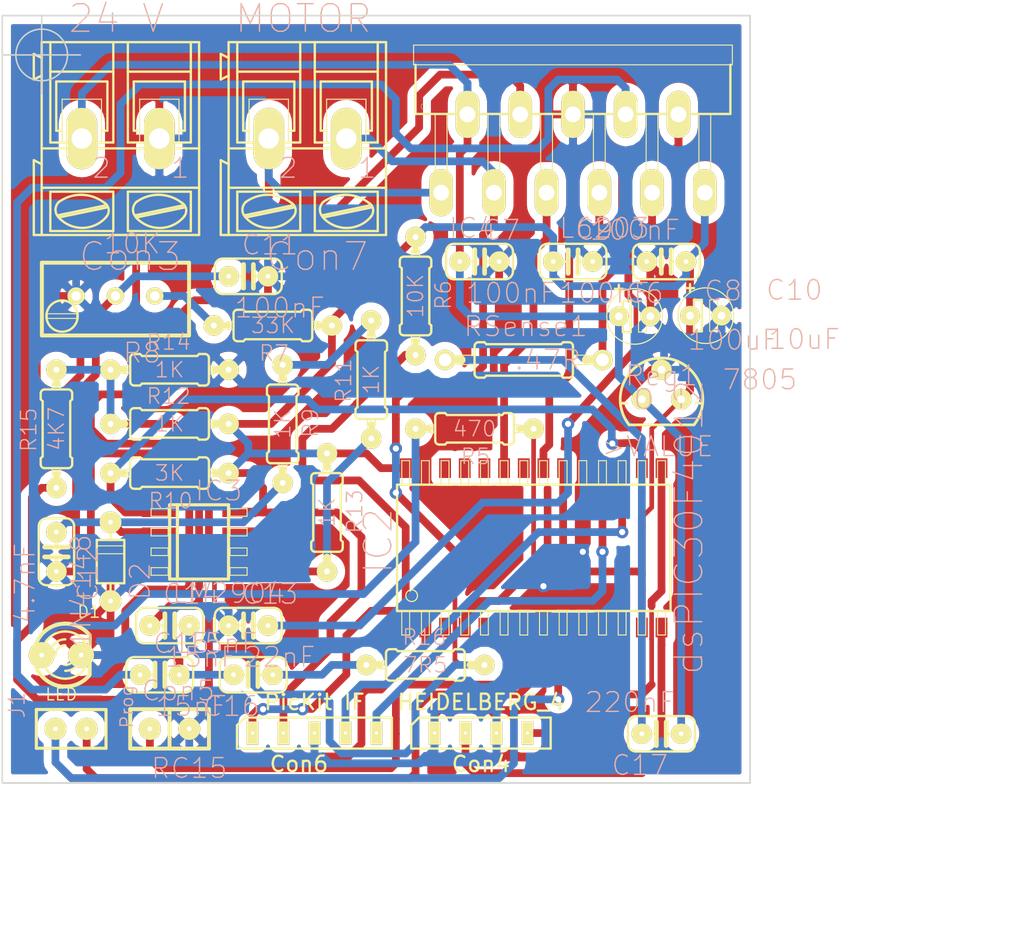
<source format=kicad_pcb>
(kicad_pcb (version 20170123) (host pcbnew "(2017-08-27 revision e3c64f1f0)-makepkg")
  (layers (0 F.Cu signal) (31 B.Cu signal) (34 B.Paste user) (35 F.Paste user) (36 B.SilkS user) (37 F.SilkS user) (38 B.Mask user) (39 F.Mask user) (44 Edge.Cuts user))
  (net 0 "")
  (net 1 GND)
  (net 2 "Net-(C12-Pad1)")
  (net 3 MCLR)
  (net 4 +5V)
  (net 5 "Net-(R7-Pad2)")
  (net 6 "Net-(C11-Pad1)")
  (net 7 "Net-(IC2-Pad16)")
  (net 8 "Net-(IC3-Pad5)")
  (net 9 "Net-(IC3-Pad6)")
  (net 10 /CPU/AN0)
  (net 11 "Net-(C16-Pad1)")
  (net 12 "Net-(C14-Pad2)")
  (net 13 "Net-(D1-Pad1)")
  (net 14 "Net-(IC2-Pad4)")
  (net 15 "Net-(C17-Pad2)")
  (net 16 /CPU/RC15)
  (net 17 "Net-(IC2-Pad11)")
  (net 18 "Net-(IC2-Pad12)")
  (net 19 "Net-(C15-Pad2)")
  (net 20 +24V)
  (net 21 "Net-(C14-Pad1)")
  (net 22 "Net-(C15-Pad1)")
  (net 23 "Net-(C13-Pad2)")
  (net 24 "Net-(Con4-Pad2)")
  (net 25 "Net-(Con4-Pad4)")
  (net 26 PGD)
  (net 27 PGC)
  (net 28 LSENSE)
  (net 29 PWM_H_A)
  (net 30 PWM_H_B)
  (net 31 I_SENSE)
  (module PKG-SOIC:SO-28W (layer F.Cu) (at 86.995 74.93)
    (fp_text reference IC2 (at -9.398 -0.381 90) (layer B.SilkS) (effects (font (size 1.778 1.778) (thickness 0.0889))))
    (fp_text value dsPIC30F4012 (at 10.668 -1.27 90) (layer B.SilkS) (effects (font (size 1.778 1.778) (thickness 0.0889))))
    (pad 1 smd rect (at -7.62 5.207) (size 0.762 1.27) (layers F.Cu F.Paste F.Mask) (net 3 MCLR))
    (pad 2 smd rect (at -6.35 5.207) (size 0.762 1.27) (layers F.Cu F.Paste F.Mask) (net 10 /CPU/AN0))
    (pad 3 smd rect (at -5.08 5.207) (size 0.762 1.27) (layers F.Cu F.Paste F.Mask))
    (pad 4 smd rect (at -3.81 5.207) (size 0.762 1.27) (layers F.Cu F.Paste F.Mask) (net 14 "Net-(IC2-Pad4)"))
    (pad 5 smd rect (at -2.54 5.207) (size 0.762 1.27) (layers F.Cu F.Paste F.Mask))
    (pad 6 smd rect (at -1.27 5.207) (size 0.762 1.27) (layers F.Cu F.Paste F.Mask))
    (pad 7 smd rect (at 0 5.207) (size 0.762 1.27) (layers F.Cu F.Paste F.Mask))
    (pad 8 smd rect (at 1.27 5.207) (size 0.762 1.27) (layers F.Cu F.Paste F.Mask) (net 1 GND))
    (pad 9 smd rect (at 2.54 5.207) (size 0.762 1.27) (layers F.Cu F.Paste F.Mask))
    (pad 10 smd rect (at 3.81 5.207) (size 0.762 1.27) (layers F.Cu F.Paste F.Mask) (net 16 /CPU/RC15))
    (pad 11 smd rect (at 5.08 5.207) (size 0.762 1.27) (layers F.Cu F.Paste F.Mask) (net 17 "Net-(IC2-Pad11)"))
    (pad 12 smd rect (at 6.35 5.207) (size 0.762 1.27) (layers F.Cu F.Paste F.Mask) (net 18 "Net-(IC2-Pad12)"))
    (pad 13 smd rect (at 7.62 5.207) (size 0.762 1.27) (layers F.Cu F.Paste F.Mask) (net 4 +5V))
    (pad 14 smd rect (at 8.89 5.207) (size 0.762 1.27) (layers F.Cu F.Paste F.Mask) (net 24 "Net-(Con4-Pad2)"))
    (pad 15 smd rect (at 8.89 -5.08) (size 0.762 1.27) (layers F.Cu F.Paste F.Mask) (net 25 "Net-(Con4-Pad4)"))
    (pad 16 smd rect (at 7.62 -5.08) (size 0.762 1.27) (layers F.Cu F.Paste F.Mask) (net 7 "Net-(IC2-Pad16)"))
    (pad 17 smd rect (at 6.35 -5.08) (size 0.762 1.27) (layers F.Cu F.Paste F.Mask) (net 26 PGD))
    (pad 18 smd rect (at 5.08 -5.08) (size 0.762 1.27) (layers F.Cu F.Paste F.Mask) (net 27 PGC))
    (pad 19 smd rect (at 3.81 -5.08) (size 0.762 1.27) (layers F.Cu F.Paste F.Mask) (net 1 GND))
    (pad 20 smd rect (at 2.54 -5.08) (size 0.762 1.27) (layers F.Cu F.Paste F.Mask) (net 4 +5V))
    (pad 21 smd rect (at 1.27 -5.08) (size 0.762 1.27) (layers F.Cu F.Paste F.Mask) (net 30 PWM_H_B))
    (pad 22 smd rect (at 0 -5.08) (size 0.762 1.27) (layers F.Cu F.Paste F.Mask))
    (pad 23 smd rect (at -1.27 -5.08) (size 0.762 1.27) (layers F.Cu F.Paste F.Mask) (net 29 PWM_H_A))
    (pad 24 smd rect (at -2.54 -5.08) (size 0.762 1.27) (layers F.Cu F.Paste F.Mask))
    (pad 25 smd rect (at -3.81 -5.08) (size 0.762 1.27) (layers F.Cu F.Paste F.Mask))
    (pad 26 smd rect (at -5.08 -5.08) (size 0.762 1.27) (layers F.Cu F.Paste F.Mask))
    (pad 27 smd rect (at -6.35 -5.08) (size 0.762 1.27) (layers F.Cu F.Paste F.Mask) (net 1 GND))
    (pad 28 smd rect (at -7.62 -5.08) (size 0.762 1.27) (layers F.Cu F.Paste F.Mask) (net 4 +5V))
  )
  (module Cap-TH:CAP-TH-C025-024X044 (layer F.Cu) (at 63.5 83.185)
    (fp_text reference C15 (at 1.397 -2.032) (layer B.SilkS) (effects (font (size 1.27 1.27) (thickness 0.0889))))
    (fp_text value 15nF (at 2.032 2.032) (layer B.SilkS) (effects (font (size 1.27 1.27) (thickness 0.0889))))
    (pad 1 thru_hole circle (at -1.27 0) (size 1.3208 1.3208) (drill 0.3) (layers *.Cu F.Paste F.SilkS F.Mask) (net 22 "Net-(C15-Pad1)"))
    (pad 2 thru_hole circle (at 1.27 0) (size 1.3208 1.3208) (drill 0.3) (layers *.Cu F.Paste F.SilkS F.Mask) (net 19 "Net-(C15-Pad2)"))
  )
  (module Cap-TH:CAP-TH-C025-024X044 (layer F.Cu) (at 84.1375 56.515)
    (fp_text reference C7 (at 1.397 -2.032) (layer B.SilkS) (effects (font (size 1.27 1.27) (thickness 0.0889))))
    (fp_text value 100nF (at 2.032 2.032) (layer B.SilkS) (effects (font (size 1.27 1.27) (thickness 0.0889))))
    (pad 1 thru_hole circle (at -1.27 0) (size 1.3208 1.3208) (drill 0.3) (layers *.Cu F.Paste F.SilkS F.Mask) (net 20 +24V))
    (pad 2 thru_hole circle (at 1.27 0) (size 1.3208 1.3208) (drill 0.3) (layers *.Cu F.Paste F.SilkS F.Mask) (net 1 GND))
  )
  (module Cap-TH:CAP-TH-C025-024X044 (layer F.Cu) (at 90.17 56.515)
    (fp_text reference C9 (at 1.397 -2.032) (layer B.SilkS) (effects (font (size 1.27 1.27) (thickness 0.0889))))
    (fp_text value 100nF (at 2.032 2.032) (layer B.SilkS) (effects (font (size 1.27 1.27) (thickness 0.0889))))
    (pad 1 thru_hole circle (at -1.27 0) (size 1.3208 1.3208) (drill 0.3) (layers *.Cu F.Paste F.SilkS F.Mask) (net 4 +5V))
    (pad 2 thru_hole circle (at 1.27 0) (size 1.3208 1.3208) (drill 0.3) (layers *.Cu F.Paste F.SilkS F.Mask) (net 1 GND))
  )
  (module Cap-TH:CAP-TH-C025-024X044 (layer F.Cu) (at 69.215 57.4675)
    (fp_text reference C11 (at 1.397 -2.032) (layer B.SilkS) (effects (font (size 1.27 1.27) (thickness 0.0889))))
    (fp_text value 100nF (at 2.032 2.032) (layer B.SilkS) (effects (font (size 1.27 1.27) (thickness 0.0889))))
    (pad 1 thru_hole circle (at -1.27 0) (size 1.3208 1.3208) (drill 0.3) (layers *.Cu F.Paste F.SilkS F.Mask) (net 6 "Net-(C11-Pad1)"))
    (pad 2 thru_hole circle (at 1.27 0) (size 1.3208 1.3208) (drill 0.3) (layers *.Cu F.Paste F.SilkS F.Mask) (net 1 GND))
  )
  (module Cap-TH:CAP-TH-C025-024X044 (layer F.Cu) (at 56.8325 75.2475 270)
    (fp_text reference C12 (at 1.397 -2.032 270) (layer B.SilkS) (effects (font (size 1.27 1.27) (thickness 0.0889))))
    (fp_text value 4.7nF (at 2.032 2.032 270) (layer B.SilkS) (effects (font (size 1.27 1.27) (thickness 0.0889))))
    (pad 1 thru_hole circle (at -1.27 0 270) (size 1.3208 1.3208) (drill 0.3) (layers *.Cu F.Paste F.SilkS F.Mask) (net 2 "Net-(C12-Pad1)"))
    (pad 2 thru_hole circle (at 1.27 0 270) (size 1.3208 1.3208) (drill 0.3) (layers *.Cu F.Paste F.SilkS F.Mask) (net 1 GND))
  )
  (module Cap-TH:CAP-TH-C025-024X044 (layer F.Cu) (at 69.215 80.01)
    (fp_text reference C13 (at 1.397 -2.032) (layer B.SilkS) (effects (font (size 1.27 1.27) (thickness 0.0889))))
    (fp_text value 22nF (at 2.032 2.032) (layer B.SilkS) (effects (font (size 1.27 1.27) (thickness 0.0889))))
    (pad 1 thru_hole circle (at -1.27 0) (size 1.3208 1.3208) (drill 0.3) (layers *.Cu F.Paste F.SilkS F.Mask) (net 1 GND))
    (pad 2 thru_hole circle (at 1.27 0) (size 1.3208 1.3208) (drill 0.3) (layers *.Cu F.Paste F.SilkS F.Mask) (net 23 "Net-(C13-Pad2)"))
  )
  (module Cap-TH:CAP-TH-C025-024X044 (layer F.Cu) (at 64.135 80.01)
    (fp_text reference C14 (at 1.397 -2.032) (layer B.SilkS) (effects (font (size 1.27 1.27) (thickness 0.0889))))
    (fp_text value 15nF (at 2.032 2.032) (layer B.SilkS) (effects (font (size 1.27 1.27) (thickness 0.0889))))
    (pad 1 thru_hole circle (at -1.27 0) (size 1.3208 1.3208) (drill 0.3) (layers *.Cu F.Paste F.SilkS F.Mask) (net 21 "Net-(C14-Pad1)"))
    (pad 2 thru_hole circle (at 1.27 0) (size 1.3208 1.3208) (drill 0.3) (layers *.Cu F.Paste F.SilkS F.Mask) (net 12 "Net-(C14-Pad2)"))
  )
  (module Cap-TH:CAP-TH-C025-024X044 (layer F.Cu) (at 69.5325 83.185 180)
    (fp_text reference C16 (at 1.397 -2.032 180) (layer B.SilkS) (effects (font (size 1.27 1.27) (thickness 0.0889))))
    (fp_text value 15nF (at 2.032 2.032 180) (layer B.SilkS) (effects (font (size 1.27 1.27) (thickness 0.0889))))
    (pad 1 thru_hole circle (at -1.27 0 180) (size 1.3208 1.3208) (drill 0.3) (layers *.Cu F.Paste F.SilkS F.Mask) (net 11 "Net-(C16-Pad1)"))
    (pad 2 thru_hole circle (at 1.27 0 180) (size 1.3208 1.3208) (drill 0.3) (layers *.Cu F.Paste F.SilkS F.Mask) (net 19 "Net-(C15-Pad2)"))
  )
  (module Cap-TH:CAP-TH-C025-024X044 (layer F.Cu) (at 95.885 86.995 180)
    (fp_text reference C17 (at 1.397 -2.032 180) (layer B.SilkS) (effects (font (size 1.27 1.27) (thickness 0.0889))))
    (fp_text value 220nF (at 2.032 2.032 180) (layer B.SilkS) (effects (font (size 1.27 1.27) (thickness 0.0889))))
    (pad 1 thru_hole circle (at -1.27 0 180) (size 1.3208 1.3208) (drill 0.3) (layers *.Cu F.Paste F.SilkS F.Mask) (net 20 +24V))
    (pad 2 thru_hole circle (at 1.27 0 180) (size 1.3208 1.3208) (drill 0.3) (layers *.Cu F.Paste F.SilkS F.Mask) (net 15 "Net-(C17-Pad2)"))
  )
  (module Cap-TH:CAP-TH-C025-024X044 (layer F.Cu) (at 96.2025 56.515 180)
    (fp_text reference C6 (at 1.397 -2.032 180) (layer B.SilkS) (effects (font (size 1.27 1.27) (thickness 0.0889))))
    (fp_text value 100nF (at 2.032 2.032 180) (layer B.SilkS) (effects (font (size 1.27 1.27) (thickness 0.0889))))
    (pad 1 thru_hole circle (at -1.27 0 180) (size 1.3208 1.3208) (drill 0.3) (layers *.Cu F.Paste F.SilkS F.Mask) (net 4 +5V))
    (pad 2 thru_hole circle (at 1.27 0 180) (size 1.3208 1.3208) (drill 0.3) (layers *.Cu F.Paste F.SilkS F.Mask) (net 1 GND))
  )
  (module Resistors-TH:RES-TH-0204_7 (layer F.Cu) (at 71.4375 66.9925 270)
    (fp_text reference R9 (at -0.0635 -1.7882 270) (layer B.SilkS) (effects (font (size 0.9906 0.9906) (thickness 0.0889))))
    (fp_text value 1K (at 0 0 270) (layer B.SilkS) (effects (font (size 0.9906 0.9906) (thickness 0.0889))))
    (pad 1 thru_hole circle (at -3.81 0 270) (size 1.3208 1.3208) (drill 0.381) (layers *.Cu F.Paste F.SilkS F.Mask) (net 31 I_SENSE))
    (pad 2 thru_hole circle (at 3.81 0 270) (size 1.3208 1.3208) (drill 0.381) (layers *.Cu F.Paste F.SilkS F.Mask) (net 2 "Net-(C12-Pad1)"))
  )
  (module Resistors-TH:RES-TH-0204_7 (layer F.Cu) (at 80.01 58.7375 270)
    (fp_text reference R6 (at -0.0635 -1.7882 270) (layer B.SilkS) (effects (font (size 0.9906 0.9906) (thickness 0.0889))))
    (fp_text value 10K (at 0 0 270) (layer B.SilkS) (effects (font (size 0.9906 0.9906) (thickness 0.0889))))
    (pad 2 thru_hole circle (at 3.81 0 270) (size 1.3208 1.3208) (drill 0.381) (layers *.Cu F.Paste F.SilkS F.Mask) (net 3 MCLR))
    (pad 1 thru_hole circle (at -3.81 0 270) (size 1.3208 1.3208) (drill 0.381) (layers *.Cu F.Paste F.SilkS F.Mask) (net 4 +5V))
  )
  (module Resistors-TH:RES-TH-0204_7 (layer F.Cu) (at 70.8025 60.6425 180)
    (fp_text reference R7 (at -0.0635 -1.7882 180) (layer B.SilkS) (effects (font (size 0.9906 0.9906) (thickness 0.0889))))
    (fp_text value 33K (at 0 0 180) (layer B.SilkS) (effects (font (size 0.9906 0.9906) (thickness 0.0889))))
    (pad 1 thru_hole circle (at -3.81 0 180) (size 1.3208 1.3208) (drill 0.381) (layers *.Cu F.Paste F.SilkS F.Mask) (net 4 +5V))
    (pad 2 thru_hole circle (at 3.81 0 180) (size 1.3208 1.3208) (drill 0.381) (layers *.Cu F.Paste F.SilkS F.Mask) (net 5 "Net-(R7-Pad2)"))
  )
  (module Resistors-TH:RES-TH-0204_7 (layer F.Cu) (at 64.135 70.1675 180)
    (fp_text reference R10 (at -0.0635 -1.7882 180) (layer B.SilkS) (effects (font (size 0.9906 0.9906) (thickness 0.0889))))
    (fp_text value 3K (at 0 0 180) (layer B.SilkS) (effects (font (size 0.9906 0.9906) (thickness 0.0889))))
    (pad 1 thru_hole circle (at -3.81 0 180) (size 1.3208 1.3208) (drill 0.381) (layers *.Cu F.Paste F.SilkS F.Mask) (net 4 +5V))
    (pad 2 thru_hole circle (at 3.81 0 180) (size 1.3208 1.3208) (drill 0.381) (layers *.Cu F.Paste F.SilkS F.Mask) (net 7 "Net-(IC2-Pad16)"))
  )
  (module Resistors-TH:RES-TH-0204_7 (layer F.Cu) (at 77.1525 64.135 90)
    (fp_text reference R11 (at -0.0635 -1.7882 90) (layer B.SilkS) (effects (font (size 0.9906 0.9906) (thickness 0.0889))))
    (fp_text value 1K (at 0 0 90) (layer B.SilkS) (effects (font (size 0.9906 0.9906) (thickness 0.0889))))
    (pad 2 thru_hole circle (at 3.81 0 90) (size 1.3208 1.3208) (drill 0.381) (layers *.Cu F.Paste F.SilkS F.Mask) (net 31 I_SENSE))
    (pad 1 thru_hole circle (at -3.81 0 90) (size 1.3208 1.3208) (drill 0.381) (layers *.Cu F.Paste F.SilkS F.Mask) (net 8 "Net-(IC3-Pad5)"))
  )
  (module Resistors-TH:RES-TH-0204_7 (layer F.Cu) (at 64.135 66.9925)
    (fp_text reference R12 (at -0.0635 -1.7882) (layer B.SilkS) (effects (font (size 0.9906 0.9906) (thickness 0.0889))))
    (fp_text value 1K (at 0 0) (layer B.SilkS) (effects (font (size 0.9906 0.9906) (thickness 0.0889))))
    (pad 1 thru_hole circle (at -3.81 0) (size 1.3208 1.3208) (drill 0.381) (layers *.Cu F.Paste F.SilkS F.Mask) (net 9 "Net-(IC3-Pad6)"))
    (pad 2 thru_hole circle (at 3.81 0) (size 1.3208 1.3208) (drill 0.381) (layers *.Cu F.Paste F.SilkS F.Mask) (net 4 +5V))
  )
  (module Resistors-TH:RES-TH-0204_7 (layer F.Cu) (at 74.295 72.7075 270)
    (fp_text reference R13 (at -0.0635 -1.7882 270) (layer B.SilkS) (effects (font (size 0.9906 0.9906) (thickness 0.0889))))
    (fp_text value 1K (at 0 0 270) (layer B.SilkS) (effects (font (size 0.9906 0.9906) (thickness 0.0889))))
    (pad 2 thru_hole circle (at 3.81 0 270) (size 1.3208 1.3208) (drill 0.381) (layers *.Cu F.Paste F.SilkS F.Mask) (net 8 "Net-(IC3-Pad5)"))
    (pad 1 thru_hole circle (at -3.81 0 270) (size 1.3208 1.3208) (drill 0.381) (layers *.Cu F.Paste F.SilkS F.Mask) (net 4 +5V))
  )
  (module Resistors-TH:RES-TH-0204_7 (layer F.Cu) (at 64.135 63.5)
    (fp_text reference R14 (at -0.0635 -1.7882) (layer B.SilkS) (effects (font (size 0.9906 0.9906) (thickness 0.0889))))
    (fp_text value 1K (at 0 0) (layer B.SilkS) (effects (font (size 0.9906 0.9906) (thickness 0.0889))))
    (pad 1 thru_hole circle (at -3.81 0) (size 1.3208 1.3208) (drill 0.381) (layers *.Cu F.Paste F.SilkS F.Mask) (net 9 "Net-(IC3-Pad6)"))
    (pad 2 thru_hole circle (at 3.81 0) (size 1.3208 1.3208) (drill 0.381) (layers *.Cu F.Paste F.SilkS F.Mask) (net 1 GND))
  )
  (module Resistors-TH:RES-TH-0204_7 (layer F.Cu) (at 56.8325 67.31 90)
    (fp_text reference R15 (at -0.0635 -1.7882 90) (layer B.SilkS) (effects (font (size 0.9906 0.9906) (thickness 0.0889))))
    (fp_text value 4K7 (at 0 0 90) (layer B.SilkS) (effects (font (size 0.9906 0.9906) (thickness 0.0889))))
    (pad 2 thru_hole circle (at 3.81 0 90) (size 1.3208 1.3208) (drill 0.381) (layers *.Cu F.Paste F.SilkS F.Mask) (net 9 "Net-(IC3-Pad6)"))
    (pad 1 thru_hole circle (at -3.81 0 90) (size 1.3208 1.3208) (drill 0.381) (layers *.Cu F.Paste F.SilkS F.Mask) (net 10 /CPU/AN0))
  )
  (module Resistors-TH:RES-TH-0204_7 (layer F.Cu) (at 80.645 82.55)
    (fp_text reference R16 (at -0.0635 -1.7882) (layer B.SilkS) (effects (font (size 0.9906 0.9906) (thickness 0.0889))))
    (fp_text value 7R5 (at 0 0) (layer B.SilkS) (effects (font (size 0.9906 0.9906) (thickness 0.0889))))
    (pad 1 thru_hole circle (at -3.81 0) (size 1.3208 1.3208) (drill 0.381) (layers *.Cu F.Paste F.SilkS F.Mask) (net 11 "Net-(C16-Pad1)"))
    (pad 2 thru_hole circle (at 3.81 0) (size 1.3208 1.3208) (drill 0.381) (layers *.Cu F.Paste F.SilkS F.Mask) (net 12 "Net-(C14-Pad2)"))
  )
  (module Resistors-TH:RES-TH-0204_7 (layer F.Cu) (at 83.82 67.31 180)
    (fp_text reference R5 (at -0.0635 -1.7882 180) (layer B.SilkS) (effects (font (size 0.9906 0.9906) (thickness 0.0889))))
    (fp_text value 470 (at 0 0 180) (layer B.SilkS) (effects (font (size 0.9906 0.9906) (thickness 0.0889))))
    (pad 2 thru_hole circle (at 3.81 0 180) (size 1.3208 1.3208) (drill 0.381) (layers *.Cu F.Paste F.SilkS F.Mask) (net 13 "Net-(D1-Pad1)"))
    (pad 1 thru_hole circle (at -3.81 0 180) (size 1.3208 1.3208) (drill 0.381) (layers *.Cu F.Paste F.SilkS F.Mask) (net 14 "Net-(IC2-Pad4)"))
  )
  (module PKG-ZIP:ZIP-11 (layer F.Cu) (at 90.17 42.545)
    (fp_text reference IC4 (at -6.477 11.811) (layer B.SilkS) (effects (font (size 1.27 1.27) (thickness 0.0889))))
    (fp_text value L6203 (at 2.032 11.811) (layer B.SilkS) (effects (font (size 1.27 1.27) (thickness 0.0889))))
    (pad 1 thru_hole oval (at -8.509 9.525) (size 1.524 3.048) (drill 1.016) (layers *.Cu F.Paste F.SilkS F.Mask) (net 19 "Net-(C15-Pad2)"))
    (pad 2 thru_hole oval (at -6.8072 4.4704) (size 1.524 3.048) (drill 1.016) (layers *.Cu F.Paste F.SilkS F.Mask) (net 20 +24V))
    (pad 3 thru_hole oval (at -5.1054 9.525) (size 1.524 3.048) (drill 1.016) (layers *.Cu F.Paste F.SilkS F.Mask) (net 12 "Net-(C14-Pad2)"))
    (pad 4 thru_hole oval (at -3.4036 4.4704) (size 1.524 3.048) (drill 1.016) (layers *.Cu F.Paste F.SilkS F.Mask) (net 21 "Net-(C14-Pad1)"))
    (pad 5 thru_hole oval (at -1.7018 9.525) (size 1.524 3.048) (drill 1.016) (layers *.Cu F.Paste F.SilkS F.Mask) (net 29 PWM_H_A))
    (pad 6 thru_hole oval (at 0 4.4704) (size 1.524 3.048) (drill 1.016) (layers *.Cu F.Paste F.SilkS F.Mask) (net 1 GND))
    (pad 7 thru_hole oval (at 1.7018 9.525) (size 1.524 3.048) (drill 1.016) (layers *.Cu F.Paste F.SilkS F.Mask) (net 30 PWM_H_B))
    (pad 8 thru_hole oval (at 3.4036 4.4704) (size 1.524 3.048) (drill 1.016) (layers *.Cu F.Paste F.SilkS F.Mask) (net 22 "Net-(C15-Pad1)"))
    (pad 9 thru_hole oval (at 5.1054 9.525) (size 1.524 3.048) (drill 1.016) (layers *.Cu F.Paste F.SilkS F.Mask) (net 23 "Net-(C13-Pad2)"))
    (pad 10 thru_hole oval (at 6.8072 4.4704) (size 1.524 3.048) (drill 1.016) (layers *.Cu F.Paste F.SilkS F.Mask) (net 28 LSENSE))
    (pad 11 thru_hole oval (at 8.509 9.525) (size 1.524 3.048) (drill 1.016) (layers *.Cu F.Paste F.SilkS F.Mask) (net 4 +5V))
  )
  (module PKG-SOIC:SO-08 (layer F.Cu) (at 66.04 74.6125 270)
    (fp_text reference IC3 (at -3.302 -1.27) (layer B.SilkS) (effects (font (size 1.27 1.27) (thickness 0.0889))))
    (fp_text value LM2904 (at 3.302 -1.905) (layer B.SilkS) (effects (font (size 1.27 1.27) (thickness 0.0889))))
    (pad 1 smd rect (at -1.905 2.5984 270) (size 0.5994 2.1996) (layers F.Cu F.Paste F.Mask) (net 7 "Net-(IC2-Pad16)"))
    (pad 2 smd rect (at -0.635 2.5984 270) (size 0.5994 2.1996) (layers F.Cu F.Paste F.Mask) (net 2 "Net-(C12-Pad1)"))
    (pad 3 smd rect (at 0.635 2.5984 270) (size 0.5994 2.1996) (layers F.Cu F.Paste F.Mask) (net 6 "Net-(C11-Pad1)"))
    (pad 4 smd rect (at 1.905 2.5984 270) (size 0.5994 2.1996) (layers F.Cu F.Paste F.Mask) (net 1 GND))
    (pad 5 smd rect (at 1.905 -2.5984 270) (size 0.5994 2.1996) (layers F.Cu F.Paste F.Mask) (net 8 "Net-(IC3-Pad5)"))
    (pad 6 smd rect (at 0.635 -2.5984 270) (size 0.5994 2.1996) (layers F.Cu F.Paste F.Mask) (net 9 "Net-(IC3-Pad6)"))
    (pad 7 smd rect (at -0.635 -2.5984 270) (size 0.5994 2.1996) (layers F.Cu F.Paste F.Mask) (net 10 /CPU/AN0))
    (pad 8 smd rect (at -1.905 -2.5984 270) (size 0.5994 2.1996) (layers F.Cu F.Paste F.Mask) (net 4 +5V))
  )
  (module Con-PTR500:CON-PTR500-AK300_2 (layer F.Cu) (at 73.025 48.5775 180)
    (fp_text reference Con7 (at -0.635 -7.62 180) (layer B.SilkS) (effects (font (size 1.778 1.778) (thickness 0.0889))))
    (fp_text value MOTOR (at 0.254 7.747 180) (layer B.SilkS) (effects (font (size 1.778 1.778) (thickness 0.0889))))
    (fp_text user 1 (at -3.8608 -1.905 180) (layer B.SilkS) (effects (font (size 1.27 1.27) (thickness 0.0889))))
    (fp_text user 2 (at 1.2192 -1.905 180) (layer B.SilkS) (effects (font (size 1.27 1.27) (thickness 0.0889))))
    (pad 1 thru_hole oval (at -2.5146 0 180) (size 1.9812 3.9624) (drill 1.3208) (layers *.Cu F.Paste F.SilkS F.Mask) (net 12 "Net-(C14-Pad2)"))
    (pad 2 thru_hole oval (at 2.4892 0 180) (size 1.9812 3.9624) (drill 1.3208) (layers *.Cu F.Paste F.SilkS F.Mask) (net 19 "Net-(C15-Pad2)"))
  )
  (module Con-PTR500:CON-PTR500-AK300_2 (layer F.Cu) (at 60.96 48.5775 180)
    (fp_text reference Con3 (at -0.635 -7.62 180) (layer B.SilkS) (effects (font (size 1.778 1.778) (thickness 0.0889))))
    (fp_text value "24 V" (at 0.254 7.747 180) (layer B.SilkS) (effects (font (size 1.778 1.778) (thickness 0.0889))))
    (fp_text user 2 (at 1.2192 -1.905 180) (layer B.SilkS) (effects (font (size 1.27 1.27) (thickness 0.0889))))
    (fp_text user 1 (at -3.8608 -1.905 180) (layer B.SilkS) (effects (font (size 1.27 1.27) (thickness 0.0889))))
    (pad 2 thru_hole oval (at 2.4892 0 180) (size 1.9812 3.9624) (drill 1.3208) (layers *.Cu F.Paste F.SilkS F.Mask) (net 20 +24V))
    (pad 1 thru_hole oval (at -2.5146 0 180) (size 1.9812 3.9624) (drill 1.3208) (layers *.Cu F.Paste F.SilkS F.Mask) (net 1 GND))
  )
  (module Con-Heidelberg:HDLBRG5 (layer F.Cu) (at 70.485 87.9475)
    (fp_text reference Con6 (at 2 1) (layer F.SilkS))
    (fp_text value "PicKit IF" (at 3 -3) (layer F.SilkS))
    (pad 2 thru_hole trapezoid (at 1 -1) (size 0.75 1.5) (drill 0.2) (layers *.Cu *.Mask F.SilkS) (net 4 +5V))
    (pad 3 thru_hole trapezoid (at 3 -1) (size 0.75 1.5) (drill 0.2) (layers *.Cu *.Mask F.SilkS) (net 1 GND))
    (pad 1 thru_hole trapezoid (at -1 -1) (size 0.75 1.5) (drill 0.2) (layers *.Cu *.Mask F.SilkS) (net 3 MCLR))
    (pad 4 thru_hole trapezoid (at 5 -1) (size 0.75 1.5) (drill 0.2) (layers *.Cu *.Mask F.SilkS) (net 26 PGD))
    (pad 5 thru_hole trapezoid (at 7 -1) (size 0.75 1.5) (drill 0.2) (layers *.Cu *.Mask F.SilkS) (net 27 PGC))
  )
  (module Con-Heidelberg:HDLBRG4 (layer F.Cu) (at 82.2325 87.9475)
    (fp_text reference Con4 (at 2 1) (layer F.SilkS))
    (fp_text value HEIDELBERG_4 (at 2 -3) (layer F.SilkS))
    (pad 2 thru_hole trapezoid (at 1 -1) (size 0.75 1.5) (drill 0.2) (layers *.Cu *.Mask F.SilkS) (net 24 "Net-(Con4-Pad2)"))
    (pad 3 thru_hole trapezoid (at 3 -1) (size 0.75 1.5) (drill 0.2) (layers *.Cu *.Mask F.SilkS) (net 1 GND))
    (pad 1 thru_hole trapezoid (at -1 -1) (size 0.75 1.5) (drill 0.2) (layers *.Cu *.Mask F.SilkS) (net 1 GND))
    (pad 4 thru_hole trapezoid (at 5 -1) (size 0.75 1.5) (drill 0.2) (layers *.Cu *.Mask F.SilkS) (net 25 "Net-(Con4-Pad4)"))
  )
  (module Pinhead:pinhead-1X02M (layer F.Cu) (at 57.785 86.6775)
    (fp_text reference J1 (at -3.50774 -1.53924 90) (layer B.SilkS) (effects (font (size 1.016 1.016) (thickness 0.0889))))
    (fp_text value Prog (at 3.59156 -1.43764 90) (layer B.SilkS) (effects (font (size 0.8128 0.8128) (thickness 0.0889))))
    (pad 2 thru_hole circle (at 0.99822 0) (size 1.4224 1.4224) (drill 0.3) (layers *.Cu F.Paste F.SilkS F.Mask) (net 17 "Net-(IC2-Pad11)"))
    (pad 1 thru_hole rect (at -0.99822 0) (size 1.4224 0) (drill 0.9144) (layers *.Cu F.Paste F.SilkS F.Mask) (net 18 "Net-(IC2-Pad12)"))
    (pad 1 thru_hole circle (at -1.016 0) (size 1.4224 1.4224) (drill 0.3) (layers *.Cu F.Paste F.SilkS F.Mask) (net 18 "Net-(IC2-Pad12)"))
  )
  (module VREG:v-reg-78LXX (layer F.Cu) (at 95.885 65.405)
    (fp_text reference Reg1 (at 0 -1.524) (layer B.SilkS) (effects (font (size 1.27 1.27) (thickness 0.0889))))
    (fp_text value 7805 (at 6.35 -1.27) (layer B.SilkS) (effects (font (size 1.27 1.27) (thickness 0.0889))))
    (fp_text user I (at 1.27 0) (layer B.SilkS) (effects (font (size 1.27 1.27) (thickness 0.0889))))
    (fp_text user O (at -1.143 0) (layer B.SilkS) (effects (font (size 1.27 1.27) (thickness 0.0889))))
    (fp_text user >VALUE (at -0.254 3.048) (layer B.SilkS) (effects (font (size 1.27 1.27) (thickness 0.0889))))
    (pad 1 thru_hole circle (at -1.27 0) (size 1.3208 1.3208) (drill 0.5) (layers *.Cu F.Paste F.SilkS F.Mask) (net 20 +24V))
    (pad 3 thru_hole circle (at 1.27 0) (size 1.3208 1.3208) (drill 0.5) (layers *.Cu F.Paste F.SilkS F.Mask) (net 4 +5V))
    (pad 2 thru_hole circle (at 0 -1.905) (size 1.3208 1.3208) (drill 0.5) (layers *.Cu F.Paste F.SilkS F.Mask) (net 1 GND))
  )
  (module Potentiometers-TH:POT-TRIM-T93YA (layer F.Cu) (at 60.6425 58.7375 90)
    (fp_text reference R8 (at -3.6728 1.7145 180) (layer B.SilkS) (effects (font (size 1.27 1.27) (thickness 0.0889))))
    (fp_text value 10K (at 3.3731 1.0795 180) (layer B.SilkS) (effects (font (size 1.27 1.27) (thickness 0.0889))))
    (pad 1 thru_hole circle (at 0 2.54 90) (size 1.1176 1.1176) (drill 0.6096) (layers *.Cu F.Paste F.SilkS F.Mask) (net 5 "Net-(R7-Pad2)"))
    (pad 2 thru_hole circle (at 0 0 90) (size 1.1176 1.1176) (drill 0.6096) (layers *.Cu F.Paste F.SilkS F.Mask) (net 6 "Net-(C11-Pad1)"))
    (pad 3 thru_hole circle (at 0 -2.54 90) (size 1.1176 1.1176) (drill 0.6096) (layers *.Cu F.Paste F.SilkS F.Mask) (net 1 GND))
  )
  (module Cap-Pol-TH:CAP-POL-TH-E2-5 (layer F.Cu) (at 98.7425 60.0075)
    (fp_text reference C10 (at 5.715 -1.651) (layer B.SilkS) (effects (font (size 1.27 1.27) (thickness 0.0889))))
    (fp_text value 10uF (at 6.35 1.524) (layer B.SilkS) (effects (font (size 1.27 1.27) (thickness 0.0889))))
    (pad 2 thru_hole circle (at 1.016 0) (size 1.27 1.27) (drill 0.5) (layers *.Cu F.Paste F.SilkS F.Mask) (net 1 GND))
    (pad 1 thru_hole circle (at -1.016 0) (size 1.27 1.27) (drill 0.5) (layers *.Cu F.Paste F.SilkS F.Mask) (net 4 +5V))
  )
  (module Cap-Pol-TH:CAP-POL-TH-E2-5 (layer F.Cu) (at 94.1486 60.0551)
    (fp_text reference C8 (at 5.715 -1.651) (layer B.SilkS) (effects (font (size 1.27 1.27) (thickness 0.0889))))
    (fp_text value 100uF (at 6.35 1.524) (layer B.SilkS) (effects (font (size 1.27 1.27) (thickness 0.0889))))
    (pad 1 thru_hole circle (at -1.016 0) (size 1.27 1.27) (drill 0.5) (layers *.Cu F.Paste F.SilkS F.Mask) (net 20 +24V))
    (pad 2 thru_hole circle (at 1.016 0) (size 1.27 1.27) (drill 0.5) (layers *.Cu F.Paste F.SilkS F.Mask) (net 1 GND))
  )
  (module Diode:DIODE-D-5 (layer F.Cu) (at 60.325 75.8825 270)
    (fp_text reference D2 (at 1.27 -1.905 270) (layer B.SilkS) (effects (font (size 1.27 1.27) (thickness 0.0889))))
    (fp_text value 1N4148 (at 1.905 1.905 270) (layer B.SilkS) (effects (font (size 1.27 1.27) (thickness 0.0889))))
    (pad K thru_hole circle (at -2.54 0 270) (size 1.40716 1.40716) (drill 0.3) (layers *.Cu F.Paste F.SilkS F.Mask) (net 2 "Net-(C12-Pad1)"))
    (pad A thru_hole circle (at 2.54 0 270) (size 1.40716 1.40716) (drill 0.3) (layers *.Cu F.Paste F.SilkS F.Mask) (net 1 GND))
  )
  (module Resistors-TH:RES-TH-0207_10 (layer F.Cu) (at 86.995 62.865)
    (fp_text reference RSense1 (at 0.127 -2.159) (layer B.SilkS) (effects (font (size 1.27 1.27) (thickness 0.0889))))
    (fp_text value .47R (at 1.5494 0) (layer B.SilkS) (effects (font (size 1.27 1.27) (thickness 0.0889))))
    (pad 1 thru_hole circle (at -5.08 0) (size 1.3208 2.6416) (drill 0.8128) (layers *.Cu F.Paste F.SilkS F.Mask) (net 15 "Net-(C17-Pad2)"))
    (pad 2 thru_hole circle (at 5.08 0) (size 1.3208 2.6416) (drill 0.8128) (layers *.Cu F.Paste F.SilkS F.Mask) (net 28 LSENSE))
  )
  (module Led:LED-3MM (layer F.Cu) (at 57.15 81.915)
    (fp_text reference D1 (at 1.778 -2.794) (layer F.SilkS) (effects (font (size 0.762 0.762) (thickness 0.0889))))
    (fp_text value LED (at 0 2.54) (layer F.SilkS) (effects (font (size 0.762 0.762) (thickness 0.0889))))
    (pad 1 thru_hole circle (at -1.27 0) (size 1.6764 1.6764) (drill 0.3) (layers *.Cu *.Mask F.SilkS) (net 13 "Net-(D1-Pad1)"))
    (pad 2 thru_hole circle (at 1.27 0) (size 1.6764 1.6764) (drill 0.3) (layers *.Cu *.Mask F.SilkS) (net 1 GND))
  )
  (module Pinhead:pinhead-1X02 (layer F.Cu) (at 64.135 86.6775)
    (fp_text reference Con5 (at 0.5588 -2.4638) (layer B.SilkS) (effects (font (size 1.27 1.27) (thickness 0.0889))))
    (fp_text value RC15 (at 1.27 2.54) (layer B.SilkS) (effects (font (size 1.27 1.27) (thickness 0.0889))))
    (pad 2 thru_hole circle (at 1.27 0) (size 1.4224 1.4224) (drill 0.3) (layers *.Cu F.Paste F.SilkS F.Mask) (net 1 GND))
    (pad 1 thru_hole rect (at -1.27 0) (size 1.524 0) (drill 1.016) (layers *.Cu F.Paste F.SilkS F.Mask) (net 16 /CPU/RC15))
    (pad 1 thru_hole circle (at -1.27 0) (size 1.4224 1.4224) (drill 0.3) (layers *.Cu F.Paste F.SilkS F.Mask) (net 16 /CPU/RC15))
  )
  (target plus (at 55.88 43.18) (size 5) (width 0.1) (layer Edge.Cuts))
  (gr_line (start 101.6 40.64) (end 53.34 40.64) (angle 90) (layer Edge.Cuts) (width 0.1))
  (gr_line (start 101.6 90.17) (end 101.6 40.64) (angle 90) (layer Edge.Cuts) (width 0.1))
  (gr_line (start 53.34 90.17) (end 101.6 90.17) (angle 90) (layer Edge.Cuts) (width 0.1))
  (gr_line (start 53.34 40.64) (end 53.34 90.17) (angle 90) (layer Edge.Cuts) (width 0.1))
  (segment (start 88.265 77.47) (end 90.17 77.47) (width 0.5) (layer B.Cu) (net 1))
  (segment (start 90.805 76.835) (end 90.805 75.2475) (width 0.5) (layer B.Cu) (net 1))
  (segment (start 90.17 77.47) (end 90.805 76.835) (width 0.5) (layer B.Cu) (net 1))
  (segment (start 88.265 80.137) (end 88.265 77.7875) (width 0.5) (layer F.Cu) (net 1))
  (segment (start 90.805 74.93) (end 90.805 69.85) (width 0.5) (layer F.Cu) (net 1))
  (via (at 90.805 75.2475) (size 0.8) (drill 0.4) (layers F.Cu B.Cu) (net 1))
  (segment (start 90.805 75.2475) (end 90.805 74.93) (width 0.5) (layer F.Cu) (net 1))
  (via (at 88.265 77.47) (size 0.8) (drill 0.4) (layers F.Cu B.Cu) (net 1))
  (segment (start 88.265 77.7875) (end 88.265 77.47) (width 0.5) (layer F.Cu) (net 1))
  (segment (start 90.805 69.85) (end 90.805 67.924) (width 0.5) (layer F.Cu) (net 1))
  (segment (start 90.805 67.924) (end 90.805 67.945) (width 0.5) (layer F.Cu) (net 1))
  (segment (start 90.805 67.945) (end 90.805 67.924) (width 0.5) (layer F.Cu) (net 1))
  (segment (start 85.0589 63.8175) (end 85.0589 67.0236) (width 0.5) (layer F.Cu) (net 1))
  (segment (start 81.5975 68.2625) (end 80.645 69.215) (width 0.5) (layer F.Cu) (net 1))
  (segment (start 83.82 68.2625) (end 81.5975 68.2625) (width 0.5) (layer F.Cu) (net 1))
  (segment (start 85.0589 67.0236) (end 83.82 68.2625) (width 0.5) (layer F.Cu) (net 1))
  (segment (start 80.645 69.215) (end 80.645 69.85) (width 0.5) (layer F.Cu) (net 1))
  (segment (start 85.4075 56.515) (end 85.4075 61.595) (width 0.5) (layer F.Cu) (net 1))
  (segment (start 85.09 62.23) (end 85.0589 62.23) (width 0.5) (layer F.Cu) (net 1))
  (segment (start 85.0589 62.1989) (end 85.09 62.23) (width 0.5) (layer F.Cu) (net 1))
  (segment (start 85.0589 61.9436) (end 85.0589 62.1989) (width 0.5) (layer F.Cu) (net 1))
  (segment (start 85.4075 61.595) (end 85.0589 61.9436) (width 0.5) (layer F.Cu) (net 1))
  (segment (start 60.325 78.4225) (end 60.325 81.5975) (width 0.5) (layer F.Cu) (net 1))
  (segment (start 60.0075 81.915) (end 58.42 81.915) (width 0.5) (layer F.Cu) (net 1))
  (segment (start 60.325 81.5975) (end 60.0075 81.915) (width 0.5) (layer F.Cu) (net 1))
  (segment (start 66.3575 78.74) (end 67.6275 78.74) (width 0.5) (layer B.Cu) (net 1))
  (segment (start 67.945 79.0575) (end 67.945 80.01) (width 0.5) (layer B.Cu) (net 1))
  (segment (start 67.6275 78.74) (end 67.945 79.0575) (width 0.5) (layer B.Cu) (net 1))
  (segment (start 63.1825 81.915) (end 63.8175 81.915) (width 0.5) (layer B.Cu) (net 1))
  (segment (start 64.135 81.5975) (end 64.135 80.3275) (width 0.5) (layer B.Cu) (net 1))
  (segment (start 63.8175 81.915) (end 64.135 81.5975) (width 0.5) (layer B.Cu) (net 1))
  (segment (start 60.325 78.4225) (end 60.325 76.5175) (width 0.5) (layer F.Cu) (net 1))
  (segment (start 58.1025 76.5175) (end 60.325 76.5175) (width 0.5) (layer F.Cu) (net 1))
  (segment (start 60.325 76.5175) (end 63.4416 76.5175) (width 0.5) (layer F.Cu) (net 1))
  (segment (start 57.65035 69.66715) (end 57.65035 69.71535) (width 0.5) (layer F.Cu) (net 1))
  (segment (start 58.1025 76.5175) (end 56.8325 76.5175) (width 0.5) (layer F.Cu) (net 1))
  (segment (start 58.1025 70.1675) (end 58.1025 76.5175) (width 0.5) (layer F.Cu) (net 1))
  (segment (start 57.65035 69.71535) (end 58.1025 70.1675) (width 0.5) (layer F.Cu) (net 1))
  (segment (start 81.2325 87.9475) (end 81.2325 87.995) (width 0.5) (layer B.Cu) (net 1))
  (segment (start 81.2325 87.995) (end 80.3275 88.9) (width 0.5) (layer B.Cu) (net 1))
  (segment (start 79.0575 57.4675) (end 80.3275 57.4675) (width 0.5) (layer B.Cu) (net 1))
  (segment (start 84.7725 55.245) (end 85.4075 55.88) (width 0.5) (layer B.Cu) (net 1))
  (segment (start 81.5975 55.245) (end 84.7725 55.245) (width 0.5) (layer B.Cu) (net 1))
  (segment (start 81.28 55.5625) (end 81.5975 55.245) (width 0.5) (layer B.Cu) (net 1))
  (segment (start 81.28 56.515) (end 81.28 55.5625) (width 0.5) (layer B.Cu) (net 1))
  (segment (start 80.3275 57.4675) (end 81.28 56.515) (width 0.5) (layer B.Cu) (net 1))
  (segment (start 85.4075 55.88) (end 85.4075 56.515) (width 0.5) (layer B.Cu) (net 1))
  (segment (start 73.485 86.9475) (end 73.485 88.4075) (width 0.5) (layer B.Cu) (net 1))
  (segment (start 73.485 88.4075) (end 73.9775 88.9) (width 0.5) (layer B.Cu) (net 1))
  (segment (start 73.9775 88.9) (end 80.3275 88.9) (width 0.5) (layer B.Cu) (net 1))
  (segment (start 81.2325 87.9475) (end 81.2325 86.9475) (width 0.5) (layer B.Cu) (net 1))
  (segment (start 65.405 86.6775) (end 65.405 88.265) (width 0.5) (layer B.Cu) (net 1))
  (segment (start 73.485 88.44) (end 73.485 86.9475) (width 0.5) (layer B.Cu) (net 1))
  (segment (start 73.025 88.9) (end 73.485 88.44) (width 0.5) (layer B.Cu) (net 1))
  (segment (start 66.04 88.9) (end 73.025 88.9) (width 0.5) (layer B.Cu) (net 1))
  (segment (start 65.405 88.265) (end 66.04 88.9) (width 0.5) (layer B.Cu) (net 1))
  (segment (start 63.5 83.5025) (end 63.5 84.7725) (width 0.5) (layer B.Cu) (net 1))
  (segment (start 63.5 84.7725) (end 65.405 86.6775) (width 0.5) (layer B.Cu) (net 1))
  (segment (start 63.1825 81.915) (end 63.5 81.915) (width 0.5) (layer B.Cu) (net 1))
  (segment (start 63.5 81.915) (end 63.5 83.5025) (width 0.5) (layer B.Cu) (net 1))
  (segment (start 63.5 83.5025) (end 63.5 83.185) (width 0.5) (layer B.Cu) (net 1))
  (segment (start 63.5 83.185) (end 63.5 83.5025) (width 0.5) (layer B.Cu) (net 1))
  (segment (start 64.135 80.3275) (end 64.135 79.0575) (width 0.5) (layer B.Cu) (net 1))
  (segment (start 64.135 79.0575) (end 64.4525 78.74) (width 0.5) (layer B.Cu) (net 1))
  (segment (start 66.3575 78.74) (end 64.4525 78.74) (width 0.5) (layer B.Cu) (net 1))
  (segment (start 55.5625 67.31) (end 55.5625 68.58) (width 0.5) (layer F.Cu) (net 1))
  (segment (start 57.1982 69.215) (end 57.65035 69.66715) (width 0.5) (layer F.Cu) (net 1))
  (segment (start 56.1975 69.215) (end 57.1982 69.215) (width 0.5) (layer F.Cu) (net 1))
  (segment (start 55.5625 68.58) (end 56.1975 69.215) (width 0.5) (layer F.Cu) (net 1))
  (segment (start 63.8175 55.245) (end 59.69 55.245) (width 0.5) (layer B.Cu) (net 1))
  (segment (start 58.1025 56.8325) (end 58.1025 58.7375) (width 0.5) (layer B.Cu) (net 1))
  (segment (start 59.69 55.245) (end 58.1025 56.8325) (width 0.5) (layer B.Cu) (net 1))
  (segment (start 63.4746 52.3875) (end 63.4746 55.2196) (width 0.5) (layer B.Cu) (net 1))
  (segment (start 70.485 55.88) (end 70.485 57.4675) (width 0.5) (layer B.Cu) (net 1))
  (segment (start 69.85 55.245) (end 70.485 55.88) (width 0.5) (layer B.Cu) (net 1))
  (segment (start 63.5 55.245) (end 63.8175 55.245) (width 0.5) (layer B.Cu) (net 1))
  (segment (start 63.8175 55.245) (end 69.85 55.245) (width 0.5) (layer B.Cu) (net 1))
  (segment (start 63.4746 55.2196) (end 63.5 55.245) (width 0.5) (layer B.Cu) (net 1))
  (segment (start 67.945 63.5) (end 70.485 60.96) (width 0.5) (layer F.Cu) (net 1))
  (segment (start 70.485 60.96) (end 70.485 57.4675) (width 0.5) (layer F.Cu) (net 1))
  (segment (start 95.885 63.5) (end 99.06 63.5) (width 0.5) (layer B.Cu) (net 1))
  (segment (start 99.7585 62.8015) (end 99.7585 60.0075) (width 0.5) (layer B.Cu) (net 1))
  (segment (start 99.06 63.5) (end 99.7585 62.8015) (width 0.5) (layer B.Cu) (net 1))
  (segment (start 56.8325 76.5175) (end 57.4675 76.5175) (width 0.5) (layer F.Cu) (net 1))
  (segment (start 87.3125 49.8475) (end 89.8525 49.8475) (width 0.5) (layer F.Cu) (net 1))
  (segment (start 90.17 49.53) (end 90.17 47.0154) (width 0.5) (layer F.Cu) (net 1))
  (segment (start 89.8525 49.8475) (end 90.17 49.53) (width 0.5) (layer F.Cu) (net 1))
  (segment (start 86.5894 52.3875) (end 86.5894 50.5706) (width 0.5) (layer F.Cu) (net 1))
  (segment (start 86.5894 50.5706) (end 87.3125 49.8475) (width 0.5) (layer F.Cu) (net 1))
  (segment (start 81.2325 86.9475) (end 81.2325 85.7725) (width 0.5) (layer F.Cu) (net 1))
  (segment (start 82.55 85.4075) (end 84.7725 85.4075) (width 0.5) (layer F.Cu) (net 1))
  (segment (start 84.7725 85.4075) (end 85.2325 85.8675) (width 0.5) (layer F.Cu) (net 1))
  (segment (start 85.2325 85.8675) (end 85.2325 86.9475) (width 0.5) (layer F.Cu) (net 1))
  (segment (start 81.2325 85.7725) (end 81.5975 85.4075) (width 0.5) (layer F.Cu) (net 1))
  (segment (start 81.5975 85.4075) (end 82.55 85.4075) (width 0.5) (layer F.Cu) (net 1))
  (segment (start 55.5625 67.31) (end 55.5625 60.0075) (width 0.5) (layer F.Cu) (net 1))
  (segment (start 55.5625 60.0075) (end 56.8325 58.7375) (width 0.5) (layer F.Cu) (net 1))
  (segment (start 56.8325 58.7375) (end 58.1025 58.7375) (width 0.5) (layer F.Cu) (net 1))
  (segment (start 95.1646 56.7471) (end 94.9325 56.515) (width 0.5) (layer F.Cu) (net 1))
  (segment (start 95.1646 60.0551) (end 95.1646 56.7471) (width 0.5) (layer F.Cu) (net 1))
  (segment (start 85.0589 63.8175) (end 85.0589 62.23) (width 0.5) (layer F.Cu) (net 1))
  (segment (start 63.4746 48.5775) (end 63.4746 52.3875) (width 0.5) (layer B.Cu) (net 1))
  (segment (start 96.0491 63.3359) (end 95.885 63.5) (width 0.5) (layer B.Cu) (net 1))
  (segment (start 96.0491 60.9396) (end 96.0491 61.9125) (width 0.5) (layer B.Cu) (net 1))
  (segment (start 96.0491 61.9125) (end 96.0491 63.3359) (width 0.5) (layer B.Cu) (net 1))
  (segment (start 96.0491 60.9396) (end 95.1646 60.0551) (width 0.5) (layer B.Cu) (net 1))
  (segment (start 70.485 57.4675) (end 79.0575 57.4675) (width 0.5) (layer B.Cu) (net 1))
  (segment (start 63.1825 81.915) (end 58.42 81.915) (width 0.5) (layer B.Cu) (net 1))
  (segment (start 85.0589 56.8636) (end 85.4075 56.515) (width 0.5) (layer F.Cu) (net 1))
  (segment (start 86.5894 55.3331) (end 86.5894 52.3875) (width 0.5) (layer F.Cu) (net 1))
  (segment (start 85.4075 56.515) (end 86.5894 55.3331) (width 0.5) (layer F.Cu) (net 1))
  (segment (start 94.9325 56.515) (end 91.44 56.515) (width 0.5) (layer B.Cu) (net 1))
  (segment (start 90.17 55.245) (end 90.17 47.0154) (width 0.5) (layer B.Cu) (net 1))
  (segment (start 91.44 56.515) (end 90.17 55.245) (width 0.5) (layer B.Cu) (net 1))
  (segment (start 95.229 63.5) (end 90.805 67.924) (width 0.5) (layer F.Cu) (net 1))
  (segment (start 95.885 63.5) (end 95.229 63.5) (width 0.5) (layer F.Cu) (net 1))
  (segment (start 58.1025 58.7375) (end 57.8332 59.0068) (width 0.5) (layer F.Cu) (net 1))
  (segment (start 60.325 78.3488) (end 60.1678 78.1915) (width 0.5) (layer F.Cu) (net 1))
  (segment (start 60.325 78.4225) (end 60.325 78.3488) (width 0.5) (layer F.Cu) (net 1))
  (segment (start 60.3885 73.3425) (end 61.0235 73.9775) (width 0.5) (layer F.Cu) (net 2))
  (segment (start 61.0235 73.9775) (end 63.4416 73.9775) (width 0.5) (layer F.Cu) (net 2))
  (segment (start 60.325 73.3425) (end 60.3885 73.3425) (width 0.5) (layer F.Cu) (net 2))
  (segment (start 57.4675 73.3425) (end 60.325 73.3425) (width 0.5) (layer B.Cu) (net 2))
  (segment (start 56.8325 73.9775) (end 57.4675 73.3425) (width 0.5) (layer B.Cu) (net 2))
  (segment (start 68.8975 73.3425) (end 71.4375 70.8025) (width 0.5) (layer B.Cu) (net 2))
  (segment (start 60.325 73.3425) (end 68.8975 73.3425) (width 0.5) (layer B.Cu) (net 2))
  (segment (start 75.5432 83.1632) (end 75.5432 80.6668) (width 0.5) (layer F.Cu) (net 3))
  (segment (start 77.1525 79.0575) (end 79.375 79.0575) (width 0.5) (layer F.Cu) (net 3))
  (segment (start 75.5432 80.6668) (end 77.1525 79.0575) (width 0.5) (layer F.Cu) (net 3))
  (segment (start 73.18375 70.64375) (end 76.35875 70.64375) (width 0.5) (layer F.Cu) (net 3))
  (segment (start 72.7075 68.58) (end 72.7075 70.1675) (width 0.5) (layer F.Cu) (net 3))
  (segment (start 72.7075 70.1675) (end 73.18375 70.64375) (width 0.5) (layer F.Cu) (net 3))
  (segment (start 76.2 65.7225) (end 76.2 65.6918) (width 0.5) (layer F.Cu) (net 3))
  (segment (start 74.6125 67.31) (end 76.2 65.7225) (width 0.5) (layer F.Cu) (net 3))
  (segment (start 79.3443 62.5475) (end 80.01 62.5475) (width 0.5) (layer F.Cu) (net 3))
  (segment (start 76.2 65.6918) (end 79.3443 62.5475) (width 0.5) (layer F.Cu) (net 3))
  (segment (start 72.7075 67.945) (end 72.7075 68.58) (width 0.5) (layer F.Cu) (net 3))
  (segment (start 73.3425 67.31) (end 72.7075 67.945) (width 0.5) (layer F.Cu) (net 3))
  (segment (start 74.6125 67.31) (end 73.3425 67.31) (width 0.5) (layer F.Cu) (net 3))
  (segment (start 76.35875 70.64375) (end 79.375 73.66) (width 0.5) (layer F.Cu) (net 3))
  (segment (start 79.375 73.66) (end 79.375 79.0575) (width 0.5) (layer F.Cu) (net 3))
  (segment (start 79.375 79.0575) (end 79.375 80.137) (width 0.5) (layer F.Cu) (net 3))
  (segment (start 69.485 86.9475) (end 69.485 85.7725) (width 0.5) (layer F.Cu) (net 3))
  (segment (start 69.85 85.4075) (end 70.1675 85.4075) (width 0.5) (layer F.Cu) (net 3))
  (segment (start 69.485 85.7725) (end 69.85 85.4075) (width 0.5) (layer F.Cu) (net 3))
  (segment (start 73.3207 85.3857) (end 72.7293 85.3857) (width 0.5) (layer F.Cu) (net 3))
  (segment (start 73.3207 85.3857) (end 75.5432 83.1632) (width 0.5) (layer F.Cu) (net 3))
  (segment (start 72.7293 85.3857) (end 72.7075 85.4075) (width 0.5) (layer F.Cu) (net 3))
  (via (at 72.7075 85.4075) (size 0.8) (drill 0.4) (layers F.Cu B.Cu) (net 3))
  (segment (start 72.7075 85.4075) (end 70.1675 85.4075) (width 0.5) (layer B.Cu) (net 3))
  (via (at 70.1675 85.4075) (size 0.8) (drill 0.4) (layers F.Cu B.Cu) (net 3))
  (segment (start 67.945 66.9925) (end 70.6755 66.9925) (width 0.5) (layer F.Cu) (net 4))
  (segment (start 70.6755 66.9925) (end 74.6125 63.0555) (width 0.5) (layer F.Cu) (net 4))
  (segment (start 74.6125 63.0555) (end 74.6125 60.6425) (width 0.5) (layer F.Cu) (net 4))
  (segment (start 90.4875 76.5175) (end 92.964 76.5175) (width 0.5) (layer F.Cu) (net 4))
  (segment (start 94.615 77.7875) (end 94.615 76.708) (width 0.5) (layer F.Cu) (net 4))
  (segment (start 94.615 76.708) (end 94.615 73.66) (width 0.5) (layer F.Cu) (net 4))
  (segment (start 92.964 76.5175) (end 94.4245 76.5175) (width 0.5) (layer F.Cu) (net 4))
  (segment (start 94.4245 76.5175) (end 94.615 76.708) (width 0.5) (layer F.Cu) (net 4))
  (segment (start 74.51595 81.50095) (end 74.51595 79.78905) (width 0.5) (layer F.Cu) (net 4))
  (segment (start 74.51595 79.78905) (end 76.5175 77.7875) (width 0.5) (layer F.Cu) (net 4))
  (segment (start 70.8025 72.7075) (end 74.93 72.7075) (width 0.5) (layer F.Cu) (net 4))
  (segment (start 70.1675 72.7075) (end 70.8025 72.7075) (width 0.5) (layer F.Cu) (net 4))
  (segment (start 74.93 72.7075) (end 76.5175 74.295) (width 0.5) (layer F.Cu) (net 4))
  (segment (start 76.5175 74.295) (end 76.5175 77.7875) (width 0.5) (layer F.Cu) (net 4))
  (segment (start 76.835 68.8975) (end 77.7875 69.85) (width 0.5) (layer F.Cu) (net 4))
  (segment (start 77.7875 69.85) (end 79.375 69.85) (width 0.5) (layer F.Cu) (net 4))
  (segment (start 88.9 56.515) (end 88.9 57.4675) (width 0.5) (layer B.Cu) (net 4))
  (segment (start 97.4725 57.4675) (end 97.4725 56.515) (width 0.5) (layer B.Cu) (net 4))
  (segment (start 96.8375 58.1025) (end 97.4725 57.4675) (width 0.5) (layer B.Cu) (net 4))
  (segment (start 89.535 58.1025) (end 96.8375 58.1025) (width 0.5) (layer B.Cu) (net 4))
  (segment (start 88.9 57.4675) (end 89.535 58.1025) (width 0.5) (layer B.Cu) (net 4))
  (segment (start 80.01 54.9275) (end 80.645 54.2925) (width 0.5) (layer B.Cu) (net 4))
  (segment (start 88.9 54.9275) (end 88.9 56.515) (width 0.5) (layer B.Cu) (net 4))
  (segment (start 88.265 54.2925) (end 88.9 54.9275) (width 0.5) (layer B.Cu) (net 4))
  (segment (start 80.645 54.2925) (end 88.265 54.2925) (width 0.5) (layer B.Cu) (net 4))
  (segment (start 95.2536 69.85) (end 95.2536 72.3864) (width 0.3) (layer F.Cu) (net 4))
  (segment (start 95.2536 72.3864) (end 94.615 73.025) (width 0.3) (layer F.Cu) (net 4))
  (segment (start 94.615 73.025) (end 94.615 73.66) (width 0.5) (layer F.Cu) (net 4))
  (segment (start 89.535 69.85) (end 89.535 75.565) (width 0.5) (layer F.Cu) (net 4))
  (segment (start 89.535 75.565) (end 90.4875 76.5175) (width 0.5) (layer F.Cu) (net 4))
  (segment (start 70.1675 71.12) (end 70.1675 72.7075) (width 0.5) (layer F.Cu) (net 4))
  (segment (start 67.945 70.1675) (end 69.215 70.1675) (width 0.5) (layer F.Cu) (net 4))
  (segment (start 69.215 70.1675) (end 70.1675 71.12) (width 0.5) (layer F.Cu) (net 4))
  (segment (start 69.215 68.2625) (end 69.215 68.8975) (width 0.5) (layer B.Cu) (net 4))
  (segment (start 67.945 66.9925) (end 69.215 68.2625) (width 0.5) (layer B.Cu) (net 4))
  (segment (start 74.295 68.8975) (end 69.215 68.8975) (width 0.5) (layer B.Cu) (net 4))
  (segment (start 69.215 68.8975) (end 67.945 70.1675) (width 0.5) (layer B.Cu) (net 4))
  (segment (start 94.615 80.137) (end 94.615 77.7875) (width 0.5) (layer F.Cu) (net 4))
  (segment (start 95.2536 67.3064) (end 95.2536 69.85) (width 0.3) (layer F.Cu) (net 4))
  (segment (start 97.155 65.405) (end 95.2536 67.3064) (width 0.3) (layer F.Cu) (net 4))
  (segment (start 71.485 84.5319) (end 71.485 86.9475) (width 0.5) (layer F.Cu) (net 4))
  (segment (start 74.51595 81.50095) (end 71.485 84.5319) (width 0.5) (layer F.Cu) (net 4))
  (segment (start 68.6384 72.7075) (end 70.1675 72.7075) (width 0.5) (layer F.Cu) (net 4))
  (segment (start 74.295 68.8975) (end 76.835 68.8975) (width 0.5) (layer F.Cu) (net 4))
  (segment (start 98.679 55.3085) (end 98.679 52.07) (width 0.5) (layer B.Cu) (net 4))
  (segment (start 97.4725 56.515) (end 98.679 55.3085) (width 0.5) (layer B.Cu) (net 4))
  (segment (start 74.6125 60.325) (end 74.6125 60.6425) (width 0.5) (layer F.Cu) (net 4))
  (segment (start 80.01 54.9275) (end 74.6125 60.325) (width 0.5) (layer F.Cu) (net 4))
  (segment (start 97.7265 56.769) (end 97.7265 60.0075) (width 0.5) (layer F.Cu) (net 4))
  (segment (start 97.4725 56.515) (end 97.7265 56.769) (width 0.5) (layer F.Cu) (net 4))
  (segment (start 97.7265 64.8335) (end 97.155 65.405) (width 0.5) (layer F.Cu) (net 4))
  (segment (start 97.7265 60.0075) (end 97.7265 64.8335) (width 0.5) (layer F.Cu) (net 4))
  (segment (start 65.0875 58.7375) (end 66.9925 60.6425) (width 0.5) (layer B.Cu) (net 5))
  (segment (start 63.1825 58.7375) (end 65.0875 58.7375) (width 0.5) (layer B.Cu) (net 5))
  (segment (start 59.055 74.295) (end 60.0075 75.2475) (width 0.5) (layer F.Cu) (net 6))
  (segment (start 58.1025 68.58) (end 59.055 69.5325) (width 0.5) (layer F.Cu) (net 6))
  (segment (start 59.055 69.5325) (end 59.055 74.295) (width 0.5) (layer F.Cu) (net 6))
  (segment (start 60.0075 75.2475) (end 60.8702 75.2475) (width 0.5) (layer F.Cu) (net 6))
  (segment (start 60.8702 75.2475) (end 63.4416 75.2475) (width 0.5) (layer F.Cu) (net 6))
  (segment (start 57.15 67.31) (end 57.15 67.6275) (width 0.5) (layer F.Cu) (net 6))
  (segment (start 57.15 67.6275) (end 58.1025 68.58) (width 0.5) (layer F.Cu) (net 6))
  (segment (start 57.15 65.0875) (end 58.3804 63.8571) (width 0.5) (layer F.Cu) (net 6))
  (segment (start 57.15 67.31) (end 57.15 65.0875) (width 0.5) (layer F.Cu) (net 6))
  (segment (start 61.9125 57.4675) (end 67.945 57.4675) (width 0.5) (layer B.Cu) (net 6))
  (segment (start 60.6425 58.7375) (end 61.9125 57.4675) (width 0.5) (layer B.Cu) (net 6))
  (segment (start 58.3804 60.9996) (end 58.3804 63.8571) (width 0.5) (layer F.Cu) (net 6))
  (segment (start 60.6425 58.7375) (end 58.3804 60.9996) (width 0.5) (layer F.Cu) (net 6))
  (segment (start 63.97625 66.51625) (end 65.0875 65.405) (width 0.5) (layer B.Cu) (net 7))
  (segment (start 73.66 66.04) (end 73.66 66.0577) (width 0.5) (layer B.Cu) (net 7))
  (segment (start 73.6777 66.0577) (end 73.66 66.04) (width 0.5) (layer B.Cu) (net 7))
  (segment (start 73.025 65.405) (end 73.6777 66.0577) (width 0.5) (layer B.Cu) (net 7))
  (segment (start 65.0875 65.405) (end 73.025 65.405) (width 0.5) (layer B.Cu) (net 7))
  (segment (start 90.4875 66.0577) (end 91.4223 66.0577) (width 0.5) (layer B.Cu) (net 7))
  (segment (start 92.6746 68.2271) (end 92.71 68.2625) (width 0.5) (layer B.Cu) (net 7))
  (segment (start 92.6746 67.31) (end 92.6746 68.2271) (width 0.5) (layer B.Cu) (net 7))
  (segment (start 91.4223 66.0577) (end 92.6746 67.31) (width 0.5) (layer B.Cu) (net 7))
  (segment (start 88.265 66.0577) (end 90.4875 66.0577) (width 0.5) (layer B.Cu) (net 7))
  (segment (start 60.325 70.1675) (end 60.325 71.755) (width 0.5) (layer F.Cu) (net 7))
  (segment (start 61.2775 72.7075) (end 63.4416 72.7075) (width 0.5) (layer F.Cu) (net 7))
  (segment (start 60.325 71.755) (end 61.2775 72.7075) (width 0.5) (layer F.Cu) (net 7))
  (via (at 92.71 68.2625) (size 0.8) (layers F.Cu B.Cu) (net 7))
  (segment (start 73.66 66.0577) (end 88.265 66.0577) (width 0.5) (layer B.Cu) (net 7))
  (segment (start 60.325 70.1675) (end 63.97625 66.51625) (width 0.5) (layer B.Cu) (net 7))
  (segment (start 94.114 68.214) (end 94.615 68.715) (width 0.5) (layer F.Cu) (net 7))
  (segment (start 92.71 68.2625) (end 94.114 68.214) (width 0.5) (layer F.Cu) (net 7))
  (segment (start 94.615 69.85) (end 94.615 68.715) (width 0.5) (layer F.Cu) (net 7))
  (segment (start 74.295 70.8025) (end 77.1525 67.945) (width 0.5) (layer B.Cu) (net 8))
  (segment (start 74.295 76.5175) (end 74.295 70.8025) (width 0.5) (layer B.Cu) (net 8))
  (segment (start 68.6384 76.5175) (end 74.295 76.5175) (width 0.5) (layer F.Cu) (net 8))
  (segment (start 66.3575 71.12) (end 66.675 71.4375) (width 0.5) (layer F.Cu) (net 9))
  (segment (start 66.675 74.8839) (end 67.0386 75.2475) (width 0.5) (layer F.Cu) (net 9))
  (segment (start 66.675 71.4375) (end 66.675 74.8839) (width 0.5) (layer F.Cu) (net 9))
  (segment (start 60.325 66.9925) (end 64.4525 66.9925) (width 0.5) (layer F.Cu) (net 9))
  (segment (start 66.3575 68.8975) (end 66.3575 71.12) (width 0.5) (layer F.Cu) (net 9))
  (segment (start 64.4525 66.9925) (end 66.3575 68.8975) (width 0.5) (layer F.Cu) (net 9))
  (segment (start 68.6384 75.2475) (end 67.0386 75.2475) (width 0.5) (layer F.Cu) (net 9))
  (segment (start 56.8325 63.5) (end 60.325 63.5) (width 0.5) (layer B.Cu) (net 9))
  (segment (start 60.325 63.5) (end 60.325 66.9925) (width 0.5) (layer B.Cu) (net 9))
  (segment (start 55.245 80.01) (end 55.245 71.755) (width 0.5) (layer F.Cu) (net 10))
  (segment (start 55.88 71.12) (end 56.8325 71.12) (width 0.5) (layer F.Cu) (net 10))
  (segment (start 55.245 71.755) (end 55.88 71.12) (width 0.5) (layer F.Cu) (net 10))
  (segment (start 67.0342 78.74) (end 67.0342 79.0158) (width 0.3) (layer F.Cu) (net 10))
  (segment (start 70.2382 74.6832) (end 70.2382 75.426) (width 0.3) (layer F.Cu) (net 10))
  (segment (start 70.2382 75.426) (end 69.7663 75.8979) (width 0.3) (layer F.Cu) (net 10))
  (segment (start 69.7663 75.8979) (end 67.5037 75.8979) (width 0.3) (layer F.Cu) (net 10))
  (segment (start 67.5037 75.8979) (end 67.0342 76.3674) (width 0.3) (layer F.Cu) (net 10))
  (segment (start 67.0342 76.3674) (end 67.0342 78.74) (width 0.3) (layer F.Cu) (net 10))
  (segment (start 66.675 83.9371) (end 65.816 84.7961) (width 0.5) (layer F.Cu) (net 10))
  (segment (start 69.5325 73.9775) (end 70.2382 74.6832) (width 0.3) (layer F.Cu) (net 10))
  (segment (start 67.0342 79.0158) (end 66.675 79.375) (width 0.5) (layer F.Cu) (net 10))
  (segment (start 66.675 79.375) (end 66.675 83.9371) (width 0.5) (layer F.Cu) (net 10))
  (segment (start 75.565 88.457498) (end 75.690002 88.457498) (width 0.5) (layer F.Cu) (net 10))
  (segment (start 75.690002 88.457498) (end 76.5175 87.63) (width 0.5) (layer F.Cu) (net 10))
  (segment (start 77.1525 84.1375) (end 76.835 84.1375) (width 0.5) (layer F.Cu) (net 10))
  (segment (start 80.645 81.272) (end 77.7795 84.1375) (width 0.5) (layer F.Cu) (net 10))
  (segment (start 80.645 80.137) (end 80.645 81.272) (width 0.5) (layer F.Cu) (net 10))
  (segment (start 77.1525 84.1375) (end 77.7795 84.1375) (width 0.5) (layer F.Cu) (net 10))
  (segment (start 76.835 84.1375) (end 76.5175 84.455) (width 0.5) (layer F.Cu) (net 10))
  (segment (start 76.5175 84.455) (end 76.5175 87.63) (width 0.5) (layer F.Cu) (net 10))
  (segment (start 75.565 88.457498) (end 67.945 88.457498) (width 0.5) (layer F.Cu) (net 10))
  (segment (start 67.945 88.457498) (end 67.5037 88.016198) (width 0.5) (layer F.Cu) (net 10))
  (segment (start 68.6384 73.9775) (end 69.5325 73.9775) (width 0.5) (layer F.Cu) (net 10))
  (segment (start 67.5037 86.4838) (end 67.5037 88.016198) (width 0.5) (layer F.Cu) (net 10))
  (segment (start 67.5037 88.016198) (end 67.945 88.457498) (width 0.5) (layer F.Cu) (net 10))
  (segment (start 55.5625 84.7725) (end 59.6733 84.7725) (width 0.5) (layer F.Cu) (net 10))
  (segment (start 54.2925 83.5025) (end 55.5625 84.7725) (width 0.5) (layer F.Cu) (net 10))
  (segment (start 54.2925 80.9625) (end 54.2925 83.5025) (width 0.5) (layer F.Cu) (net 10))
  (segment (start 55.245 80.01) (end 54.2925 80.9625) (width 0.5) (layer F.Cu) (net 10))
  (segment (start 67.5037 86.4838) (end 65.816 84.7961) (width 0.5) (layer F.Cu) (net 10))
  (segment (start 59.6969 84.7961) (end 59.6733 84.7725) (width 0.5) (layer F.Cu) (net 10))
  (segment (start 65.816 84.7961) (end 59.6969 84.7961) (width 0.5) (layer F.Cu) (net 10))
  (segment (start 76.835 82.55) (end 74.6125 82.55) (width 0.5) (layer B.Cu) (net 11))
  (segment (start 73.9775 83.185) (end 73.66 83.185) (width 0.5) (layer B.Cu) (net 11))
  (segment (start 74.6125 82.55) (end 73.9775 83.185) (width 0.5) (layer B.Cu) (net 11))
  (segment (start 73.66 83.185) (end 70.8025 83.185) (width 0.5) (layer B.Cu) (net 11))
  (segment (start 82.55 75.2475) (end 82.55 75.8825) (width 0.5) (layer F.Cu) (net 12))
  (segment (start 78.74 71.4375) (end 82.55 75.2475) (width 0.5) (layer F.Cu) (net 12))
  (via (at 78.74 71.4375) (size 0.8) (drill 0.4) (layers F.Cu B.Cu) (net 12))
  (segment (start 78.74 68.58) (end 78.74 71.4375) (width 0.5) (layer B.Cu) (net 12))
  (via (at 78.74 68.58) (size 0.8) (drill 0.4) (layers F.Cu B.Cu) (net 12))
  (segment (start 78.74 66.675) (end 78.74 68.58) (width 0.5) (layer F.Cu) (net 12))
  (segment (start 82.55 75.8825) (end 82.55 77.47) (width 0.5) (layer F.Cu) (net 12))
  (segment (start 78.74 66.675) (end 78.74 65.405) (width 0.5) (layer F.Cu) (net 12))
  (segment (start 79.6925 64.4525) (end 83.185 64.4525) (width 0.5) (layer F.Cu) (net 12))
  (segment (start 78.74 65.405) (end 79.6925 64.4525) (width 0.5) (layer F.Cu) (net 12))
  (segment (start 85.0646 52.07) (end 85.0646 54.094) (width 0.5) (layer F.Cu) (net 12))
  (segment (start 85.0646 54.094) (end 84.3694 54.7892) (width 0.5) (layer F.Cu) (net 12))
  (segment (start 84.3694 54.7892) (end 84.3694 63.2681) (width 0.5) (layer F.Cu) (net 12))
  (segment (start 84.3694 63.2681) (end 83.185 64.4525) (width 0.5) (layer F.Cu) (net 12))
  (segment (start 80.01 86.995) (end 80.01 85.09) (width 0.5) (layer B.Cu) (net 12))
  (segment (start 82.55 82.55) (end 84.455 82.55) (width 0.5) (layer B.Cu) (net 12))
  (segment (start 80.01 85.09) (end 82.55 82.55) (width 0.5) (layer B.Cu) (net 12))
  (segment (start 84.3694 54.7892) (end 85.0646 54.094) (width 0.5) (layer F.Cu) (net 12))
  (segment (start 82.8733 82.55) (end 84.455 82.55) (width 0.3) (layer F.Cu) (net 12))
  (segment (start 82.5529 82.2296) (end 82.8733 82.55) (width 0.3) (layer F.Cu) (net 12))
  (segment (start 82.5529 81.2829) (end 82.5529 77.47) (width 0.3) (layer F.Cu) (net 12))
  (segment (start 82.5529 81.2829) (end 82.5529 82.2296) (width 0.3) (layer F.Cu) (net 12))
  (segment (start 82.55 77.47) (end 82.5529 77.47) (width 0.5) (layer F.Cu) (net 12))
  (segment (start 69.5325 83.82) (end 70.1675 84.455) (width 0.5) (layer B.Cu) (net 12))
  (segment (start 74.4644 84.9419) (end 74.4644 87.3125) (width 0.5) (layer B.Cu) (net 12))
  (segment (start 73.9775 84.455) (end 74.4644 84.9419) (width 0.5) (layer B.Cu) (net 12))
  (segment (start 70.1675 84.455) (end 73.9775 84.455) (width 0.5) (layer B.Cu) (net 12))
  (segment (start 75.2475 88.265) (end 79.375 88.265) (width 0.5) (layer B.Cu) (net 12))
  (segment (start 74.4644 87.4819) (end 75.2475 88.265) (width 0.5) (layer B.Cu) (net 12))
  (segment (start 74.4644 87.3125) (end 74.4644 87.4819) (width 0.5) (layer B.Cu) (net 12))
  (segment (start 79.375 88.265) (end 80.01 87.63) (width 0.5) (layer B.Cu) (net 12))
  (segment (start 80.01 87.63) (end 80.01 86.995) (width 0.5) (layer B.Cu) (net 12))
  (segment (start 83.82 82.55) (end 84.455 82.55) (width 0.5) (layer B.Cu) (net 12))
  (segment (start 65.405 80.01) (end 65.405 81.28) (width 0.5) (layer B.Cu) (net 12))
  (segment (start 65.98675 81.86175) (end 69.16175 81.86175) (width 0.5) (layer B.Cu) (net 12))
  (segment (start 65.405 81.28) (end 65.98675 81.86175) (width 0.5) (layer B.Cu) (net 12))
  (segment (start 69.5325 82.2325) (end 69.5325 83.82) (width 0.5) (layer B.Cu) (net 12))
  (segment (start 69.16175 81.86175) (end 69.5325 82.2325) (width 0.5) (layer B.Cu) (net 12))
  (segment (start 83.5025 50.046) (end 84.336 50.046) (width 0.5) (layer B.Cu) (net 12))
  (segment (start 84.336 50.046) (end 85.0646 50.7746) (width 0.5) (layer B.Cu) (net 12))
  (segment (start 85.0646 50.7746) (end 85.0646 52.07) (width 0.5) (layer B.Cu) (net 12))
  (segment (start 78.4987 50.046) (end 83.5025 50.046) (width 0.5) (layer B.Cu) (net 12))
  (segment (start 77.0302 48.5775) (end 78.4987 50.046) (width 0.5) (layer B.Cu) (net 12))
  (segment (start 75.5396 48.5775) (end 77.0302 48.5775) (width 0.5) (layer B.Cu) (net 12))
  (segment (start 55.88 81.915) (end 55.88 80.9625) (width 0.5) (layer B.Cu) (net 13))
  (segment (start 56.8325 80.01) (end 60.581 80.01) (width 0.5) (layer B.Cu) (net 13))
  (segment (start 55.88 80.9625) (end 56.8325 80.01) (width 0.5) (layer B.Cu) (net 13))
  (segment (start 72.7075 77.9725) (end 76.65 77.9725) (width 0.5) (layer B.Cu) (net 13))
  (segment (start 80.01 74.6125) (end 80.01 71.755) (width 0.5) (layer B.Cu) (net 13))
  (segment (start 76.65 77.9725) (end 80.01 74.6125) (width 0.5) (layer B.Cu) (net 13))
  (segment (start 62.6185 77.9725) (end 60.581 80.01) (width 0.5) (layer B.Cu) (net 13))
  (segment (start 72.7075 77.9725) (end 62.6185 77.9725) (width 0.5) (layer B.Cu) (net 13))
  (segment (start 80.01 67.31) (end 80.01 71.755) (width 0.5) (layer B.Cu) (net 13))
  (segment (start 83.185 80.137) (end 83.185 79.375) (width 0.5) (layer F.Cu) (net 14))
  (segment (start 83.185 79.375) (end 84.1375 78.4225) (width 0.5) (layer F.Cu) (net 14))
  (segment (start 84.1375 78.4225) (end 85.4075 78.4225) (width 0.5) (layer F.Cu) (net 14))
  (segment (start 87.63 76.2) (end 87.63 67.31) (width 0.3) (layer F.Cu) (net 14))
  (segment (start 85.4075 78.4225) (end 87.63 76.2) (width 0.5) (layer F.Cu) (net 14))
  (segment (start 86.36 62.865) (end 89.535 62.865) (width 0.5) (layer B.Cu) (net 15))
  (segment (start 94.615 67.945) (end 94.615 71.4375) (width 0.5) (layer B.Cu) (net 15))
  (segment (start 94.2975 67.6275) (end 94.615 67.945) (width 0.5) (layer B.Cu) (net 15))
  (segment (start 89.535 62.865) (end 94.2975 67.6275) (width 0.5) (layer B.Cu) (net 15))
  (segment (start 86.36 62.865) (end 81.915 62.865) (width 0.5) (layer B.Cu) (net 15))
  (segment (start 94.615 86.995) (end 94.615 71.4375) (width 0.5) (layer B.Cu) (net 15))
  (segment (start 78.740295 86.0425) (end 78.740295 84.454705) (width 0.5) (layer F.Cu) (net 16))
  (segment (start 90.4795 81.5975) (end 90.805 81.272) (width 0.5) (layer F.Cu) (net 16))
  (segment (start 87.63 81.5975) (end 90.4795 81.5975) (width 0.5) (layer F.Cu) (net 16))
  (segment (start 87.3125 81.915) (end 87.63 81.5975) (width 0.5) (layer F.Cu) (net 16))
  (segment (start 85.4075 83.82) (end 87.3125 81.915) (width 0.5) (layer F.Cu) (net 16))
  (segment (start 79.375 83.82) (end 85.4075 83.82) (width 0.5) (layer F.Cu) (net 16))
  (segment (start 78.740295 84.454705) (end 79.375 83.82) (width 0.5) (layer F.Cu) (net 16))
  (segment (start 62.865 86.6775) (end 62.865 88.5825) (width 0.5) (layer F.Cu) (net 16))
  (segment (start 78.74 86.995) (end 78.740295 86.995) (width 0.5) (layer F.Cu) (net 16))
  (segment (start 78.74 88.9) (end 78.74 86.995) (width 0.5) (layer F.Cu) (net 16))
  (segment (start 78.4225 89.2175) (end 78.74 88.9) (width 0.5) (layer F.Cu) (net 16))
  (segment (start 63.5 89.2175) (end 78.4225 89.2175) (width 0.5) (layer F.Cu) (net 16))
  (segment (start 62.865 88.5825) (end 63.5 89.2175) (width 0.5) (layer F.Cu) (net 16))
  (segment (start 78.740295 86.0425) (end 78.740295 86.995) (width 0.5) (layer F.Cu) (net 16))
  (segment (start 90.805 81.272) (end 90.805 80.137) (width 0.5) (layer F.Cu) (net 16))
  (segment (start 90.805 80.137) (end 90.805 81.272) (width 0.5) (layer F.Cu) (net 16))
  (segment (start 85.4075 84.455) (end 86.6775 84.455) (width 0.5) (layer F.Cu) (net 17))
  (segment (start 92.075 81.5975) (end 92.075 80.137) (width 0.5) (layer F.Cu) (net 17))
  (segment (start 91.1225 82.55) (end 92.075 81.5975) (width 0.5) (layer F.Cu) (net 17))
  (segment (start 88.5825 82.55) (end 91.1225 82.55) (width 0.5) (layer F.Cu) (net 17))
  (segment (start 86.6775 84.455) (end 88.5825 82.55) (width 0.5) (layer F.Cu) (net 17))
  (segment (start 78.4225 89.8525) (end 79.6925 89.8525) (width 0.5) (layer F.Cu) (net 17))
  (segment (start 80.01 89.535) (end 80.01 85.4075) (width 0.5) (layer F.Cu) (net 17))
  (segment (start 79.6925 89.8525) (end 80.01 89.535) (width 0.5) (layer F.Cu) (net 17))
  (segment (start 58.78322 86.6775) (end 58.78322 89.26322) (width 0.5) (layer F.Cu) (net 17))
  (segment (start 59.3725 89.8525) (end 78.4225 89.8525) (width 0.5) (layer F.Cu) (net 17))
  (segment (start 58.78322 89.26322) (end 59.3725 89.8525) (width 0.5) (layer F.Cu) (net 17))
  (segment (start 80.645 84.7725) (end 80.9625 84.455) (width 0.5) (layer F.Cu) (net 17))
  (segment (start 80.9625 84.455) (end 85.4075 84.455) (width 0.5) (layer F.Cu) (net 17))
  (segment (start 80.01 85.4075) (end 80.645 84.7725) (width 0.5) (layer F.Cu) (net 17))
  (segment (start 89.2175 84.7725) (end 89.2175 83.82) (width 0.5) (layer F.Cu) (net 18))
  (segment (start 93.345 81.915) (end 93.345 80.137) (width 0.5) (layer F.Cu) (net 18))
  (segment (start 91.7575 83.5025) (end 93.345 81.915) (width 0.5) (layer F.Cu) (net 18))
  (segment (start 89.535 83.5025) (end 91.7575 83.5025) (width 0.5) (layer F.Cu) (net 18))
  (segment (start 89.2175 83.82) (end 89.535 83.5025) (width 0.5) (layer F.Cu) (net 18))
  (segment (start 86.36 88.265) (end 86.36 88.9) (width 0.5) (layer B.Cu) (net 18))
  (segment (start 56.769 88.8365) (end 56.769 86.6775) (width 0.5) (layer B.Cu) (net 18))
  (segment (start 57.785 89.8525) (end 56.769 88.8365) (width 0.5) (layer B.Cu) (net 18))
  (segment (start 85.4075 89.8525) (end 57.785 89.8525) (width 0.5) (layer B.Cu) (net 18))
  (segment (start 86.36 88.9) (end 85.4075 89.8525) (width 0.5) (layer B.Cu) (net 18))
  (segment (start 56.769 86.6775) (end 56.78678 86.6775) (width 0.5) (layer B.Cu) (net 18))
  (segment (start 86.36 85.725) (end 86.36 85.4075) (width 0.5) (layer B.Cu) (net 18))
  (segment (start 86.995 84.7725) (end 89.2175 84.7725) (width 0.5) (layer B.Cu) (net 18))
  (segment (start 86.36 85.4075) (end 86.995 84.7725) (width 0.5) (layer B.Cu) (net 18))
  (segment (start 86.36 85.725) (end 86.36 88.265) (width 0.5) (layer B.Cu) (net 18))
  (segment (start 56.8325 86.741) (end 56.769 86.6775) (width 0.5) (layer B.Cu) (net 18))
  (segment (start 56.769 86.6775) (end 56.78678 86.6775) (width 0.5) (layer B.Cu) (net 18))
  (segment (start 89.2175 84.7725) (end 89.2175 84.7725) (width 0.5) (layer F.Cu) (net 18))
  (via (at 89.2175 84.7725) (size 0.8) (layers F.Cu B.Cu) (net 18))
  (segment (start 56.769 86.6775) (end 56.7868 86.6775) (width 0.5) (layer B.Cu) (net 18))
  (segment (start 64.77 83.185) (end 64.77 82.2325) (width 0.5) (layer F.Cu) (net 19))
  (segment (start 61.9125 81.915) (end 61.2775 81.28) (width 0.5) (layer F.Cu) (net 19))
  (segment (start 64.77 82.2325) (end 64.4525 81.915) (width 0.5) (layer F.Cu) (net 19))
  (segment (start 61.2775 79.0575) (end 62.65235 77.68265) (width 0.5) (layer F.Cu) (net 19))
  (segment (start 64.4525 81.915) (end 61.9125 81.915) (width 0.5) (layer F.Cu) (net 19))
  (segment (start 61.2775 81.28) (end 61.2775 79.0575) (width 0.5) (layer F.Cu) (net 19))
  (segment (start 64.1383 53.2097) (end 69.6628 53.2097) (width 0.5) (layer F.Cu) (net 19))
  (segment (start 69.6628 53.2097) (end 70.5358 52.3367) (width 0.5) (layer F.Cu) (net 19))
  (segment (start 60.96 68.8975) (end 60.96 68.9066) (width 0.5) (layer F.Cu) (net 19))
  (segment (start 60.6425 68.9066) (end 60.6425 68.8975) (width 0.5) (layer F.Cu) (net 19))
  (segment (start 62.65235 77.68265) (end 65.19235 77.68265) (width 0.5) (layer F.Cu) (net 19))
  (segment (start 65.19235 77.68265) (end 65.405 77.47) (width 0.5) (layer F.Cu) (net 19))
  (segment (start 70.5358 52.3367) (end 70.5358 48.5775) (width 0.5) (layer F.Cu) (net 19))
  (segment (start 65.405 77.47) (end 65.405 72.39) (width 0.5) (layer F.Cu) (net 19))
  (segment (start 59.69 68.8975) (end 58.42 67.6275) (width 0.5) (layer F.Cu) (net 19))
  (segment (start 65.0875 72.0725) (end 65.0875 70.485) (width 0.5) (layer F.Cu) (net 19))
  (segment (start 65.405 72.39) (end 65.0875 72.0725) (width 0.5) (layer F.Cu) (net 19))
  (segment (start 65.0875 70.485) (end 63.5 68.8975) (width 0.5) (layer F.Cu) (net 19))
  (segment (start 63.5 68.8975) (end 60.96 68.8975) (width 0.5) (layer F.Cu) (net 19))
  (segment (start 60.96 68.9066) (end 60.6425 68.9066) (width 0.5) (layer F.Cu) (net 19))
  (segment (start 60.6425 68.8975) (end 59.69 68.8975) (width 0.5) (layer F.Cu) (net 19))
  (segment (start 61.722 60.706) (end 61.976 60.452) (width 0.5) (layer F.Cu) (net 19))
  (segment (start 61.976 60.452) (end 61.976 55.372) (width 0.5) (layer F.Cu) (net 19))
  (segment (start 61.976 55.372) (end 64.1383 53.2097) (width 0.5) (layer F.Cu) (net 19))
  (segment (start 58.42 67.6275) (end 58.42 64.77) (width 0.5) (layer F.Cu) (net 19))
  (segment (start 59.3725 61.3344) (end 60.0009 60.706) (width 0.5) (layer F.Cu) (net 19))
  (segment (start 58.42 64.77) (end 59.3725 63.8175) (width 0.5) (layer F.Cu) (net 19))
  (segment (start 59.3725 63.8175) (end 59.3725 61.3344) (width 0.5) (layer F.Cu) (net 19))
  (segment (start 60.0009 60.706) (end 61.722 60.706) (width 0.5) (layer F.Cu) (net 19))
  (segment (start 70.5358 48.5775) (end 70.5358 51.1683) (width 0.5) (layer B.Cu) (net 19))
  (segment (start 71.4375 52.07) (end 81.661 52.07) (width 0.5) (layer B.Cu) (net 19))
  (segment (start 70.5358 51.1683) (end 71.4375 52.07) (width 0.5) (layer B.Cu) (net 19))
  (segment (start 68.2625 83.185) (end 64.77 83.185) (width 0.5) (layer B.Cu) (net 19))
  (segment (start 64.702 83.185) (end 64.77 83.185) (width 0.5) (layer F.Cu) (net 19))
  (segment (start 82.8675 56.515) (end 82.8675 59.3725) (width 0.5) (layer B.Cu) (net 20))
  (segment (start 83.5501 60.0551) (end 93.1326 60.0551) (width 0.5) (layer B.Cu) (net 20))
  (segment (start 82.8675 59.3725) (end 83.5501 60.0551) (width 0.5) (layer B.Cu) (net 20))
  (segment (start 58.4708 48.5775) (end 58.4708 45.6692) (width 0.5) (layer B.Cu) (net 20))
  (segment (start 82.1864 43.815) (end 83.3628 44.9914) (width 0.5) (layer B.Cu) (net 20))
  (segment (start 60.325 43.815) (end 82.1864 43.815) (width 0.5) (layer B.Cu) (net 20))
  (segment (start 58.4708 45.6692) (end 60.325 43.815) (width 0.5) (layer B.Cu) (net 20))
  (segment (start 83.3628 44.9914) (end 83.3628 47.0154) (width 0.5) (layer B.Cu) (net 20))
  (segment (start 83.3628 47.0154) (end 83.3628 44.9914) (width 0.5) (layer B.Cu) (net 20))
  (segment (start 97.155 67.945) (end 97.155 86.995) (width 0.5) (layer B.Cu) (net 20))
  (segment (start 94.615 65.405) (end 97.155 67.945) (width 0.5) (layer B.Cu) (net 20))
  (segment (start 82.8675 49.5347) (end 83.3628 49.0394) (width 0.5) (layer F.Cu) (net 20))
  (segment (start 82.8675 56.515) (end 82.8675 49.5347) (width 0.5) (layer F.Cu) (net 20))
  (segment (start 83.3628 47.0154) (end 83.3628 49.0394) (width 0.5) (layer F.Cu) (net 20))
  (segment (start 93.1326 63.9226) (end 94.615 65.405) (width 0.5) (layer B.Cu) (net 20))
  (segment (start 93.1326 60.0551) (end 93.1326 63.9226) (width 0.5) (layer B.Cu) (net 20))
  (segment (start 65.7225 71.4375) (end 66.04 71.755) (width 0.5) (layer F.Cu) (net 21))
  (segment (start 65.7225 78.74) (end 64.77 78.74) (width 0.5) (layer F.Cu) (net 21))
  (segment (start 66.04 78.4225) (end 65.7225 78.74) (width 0.5) (layer F.Cu) (net 21))
  (segment (start 66.04 71.755) (end 66.04 78.4225) (width 0.5) (layer F.Cu) (net 21))
  (segment (start 67.6275 59.0159) (end 68.6191 59.0159) (width 0.5) (layer F.Cu) (net 21))
  (segment (start 70.485 55.5625) (end 72.5376 55.5625) (width 0.5) (layer F.Cu) (net 21))
  (segment (start 69.215 56.8325) (end 70.485 55.5625) (width 0.5) (layer F.Cu) (net 21))
  (segment (start 69.215 58.42) (end 69.215 56.8325) (width 0.5) (layer F.Cu) (net 21))
  (segment (start 68.6191 59.0159) (end 69.215 58.42) (width 0.5) (layer F.Cu) (net 21))
  (segment (start 65.0875 61.2775) (end 65.0875 59.69) (width 0.5) (layer F.Cu) (net 21))
  (segment (start 65.7616 59.0159) (end 67.6275 59.0159) (width 0.5) (layer F.Cu) (net 21))
  (segment (start 65.0875 59.69) (end 65.7616 59.0159) (width 0.5) (layer F.Cu) (net 21))
  (segment (start 64.135 78.74) (end 64.77 78.74) (width 0.5) (layer F.Cu) (net 21))
  (segment (start 64.135 78.74) (end 62.865 80.01) (width 0.5) (layer F.Cu) (net 21))
  (segment (start 65.7225 70.1675) (end 63.8239 68.2689) (width 0.5) (layer F.Cu) (net 21))
  (segment (start 65.7225 71.4375) (end 65.7225 70.1675) (width 0.5) (layer F.Cu) (net 21))
  (segment (start 80.24255 47.85755) (end 80.24255 45.80495) (width 0.5) (layer F.Cu) (net 21))
  (segment (start 80.24255 47.85755) (end 72.5376 55.5625) (width 0.5) (layer F.Cu) (net 21))
  (segment (start 80.24255 45.80495) (end 81.5975 44.45) (width 0.5) (layer F.Cu) (net 21))
  (segment (start 81.5975 44.45) (end 86.0425 44.45) (width 0.5) (layer F.Cu) (net 21))
  (segment (start 86.0425 44.45) (end 86.7664 45.1739) (width 0.5) (layer F.Cu) (net 21))
  (segment (start 86.7664 45.1739) (end 86.7664 47.0154) (width 0.5) (layer F.Cu) (net 21))
  (segment (start 63.8175 65.0875) (end 65.0875 63.8175) (width 0.5) (layer F.Cu) (net 21))
  (segment (start 65.0875 63.8175) (end 65.0875 61.2775) (width 0.5) (layer F.Cu) (net 21))
  (segment (start 60.6425 65.0875) (end 63.8175 65.0875) (width 0.5) (layer F.Cu) (net 21))
  (segment (start 60.0139 68.2689) (end 59.055 67.31) (width 0.5) (layer F.Cu) (net 21))
  (segment (start 59.055 67.31) (end 59.055 65.7225) (width 0.5) (layer F.Cu) (net 21))
  (segment (start 59.055 65.7225) (end 59.69 65.0875) (width 0.5) (layer F.Cu) (net 21))
  (segment (start 59.69 65.0875) (end 60.6425 65.0875) (width 0.5) (layer F.Cu) (net 21))
  (segment (start 60.96 68.2689) (end 60.0139 68.2689) (width 0.5) (layer F.Cu) (net 21))
  (segment (start 60.96 68.2689) (end 63.8239 68.2689) (width 0.5) (layer F.Cu) (net 21))
  (segment (start 54.2925 79.375) (end 54.2925 52.705) (width 0.5) (layer B.Cu) (net 22))
  (segment (start 55.245 51.7525) (end 59.69 51.7525) (width 0.5) (layer B.Cu) (net 22))
  (segment (start 54.2925 52.705) (end 55.245 51.7525) (width 0.5) (layer B.Cu) (net 22))
  (segment (start 93.5736 45.3136) (end 93.5736 47.0154) (width 0.5) (layer B.Cu) (net 22))
  (segment (start 93.0275 44.7675) (end 93.5736 45.3136) (width 0.5) (layer B.Cu) (net 22))
  (segment (start 76.2 45.085) (end 77.7875 45.085) (width 0.5) (layer B.Cu) (net 22))
  (segment (start 88.5825 48.5775) (end 88.5825 47.625) (width 0.5) (layer B.Cu) (net 22))
  (segment (start 87.9475 49.2125) (end 88.5825 48.5775) (width 0.5) (layer B.Cu) (net 22))
  (segment (start 79.6925 49.2125) (end 87.9475 49.2125) (width 0.5) (layer B.Cu) (net 22))
  (segment (start 78.74 48.26) (end 79.6925 49.2125) (width 0.5) (layer B.Cu) (net 22))
  (segment (start 78.74 46.0375) (end 78.74 48.26) (width 0.5) (layer B.Cu) (net 22))
  (segment (start 77.7875 45.085) (end 78.74 46.0375) (width 0.5) (layer B.Cu) (net 22))
  (segment (start 89.2175 44.7675) (end 92.075 44.7675) (width 0.5) (layer B.Cu) (net 22))
  (segment (start 88.5825 45.4025) (end 89.2175 44.7675) (width 0.5) (layer B.Cu) (net 22))
  (segment (start 88.5825 47.625) (end 88.5825 45.4025) (width 0.5) (layer B.Cu) (net 22))
  (segment (start 60.9727 50.4825) (end 60.9727 46.3423) (width 0.5) (layer B.Cu) (net 22))
  (segment (start 62.23 45.085) (end 76.2 45.085) (width 0.5) (layer B.Cu) (net 22))
  (segment (start 60.9727 46.3423) (end 62.23 45.085) (width 0.5) (layer B.Cu) (net 22))
  (segment (start 60.9727 50.4825) (end 60.9727 50.7873) (width 0.5) (layer B.Cu) (net 22))
  (segment (start 92.075 44.7675) (end 93.0275 44.7675) (width 0.5) (layer B.Cu) (net 22))
  (segment (start 59.69 51.7525) (end 60.0075 51.7525) (width 0.5) (layer B.Cu) (net 22))
  (segment (start 60.0075 51.7525) (end 60.9727 50.7873) (width 0.5) (layer B.Cu) (net 22))
  (segment (start 54.2925 79.375) (end 54.2925 83.185) (width 0.5) (layer B.Cu) (net 22))
  (segment (start 54.2925 83.185) (end 55.245 84.1375) (width 0.5) (layer B.Cu) (net 22))
  (segment (start 55.245 84.1375) (end 60.0075 84.1375) (width 0.5) (layer B.Cu) (net 22))
  (segment (start 60.0075 84.1375) (end 60.96 83.185) (width 0.5) (layer B.Cu) (net 22))
  (segment (start 60.96 83.185) (end 62.23 83.185) (width 0.5) (layer B.Cu) (net 22))
  (segment (start 93.5736 47.0154) (end 93.5736 45.9486) (width 0.5) (layer B.Cu) (net 22))
  (segment (start 93.6625 46.9265) (end 93.5736 47.0154) (width 0.5) (layer B.Cu) (net 22))
  (segment (start 93.5736 45.6311) (end 93.5736 47.0154) (width 0.5) (layer B.Cu) (net 22))
  (segment (start 94.234 59.1472) (end 94.234 62.1781) (width 0.3) (layer F.Cu) (net 23))
  (segment (start 94.234 62.1781) (end 94.0218 62.3903) (width 0.5) (layer F.Cu) (net 23))
  (segment (start 93.7434 58.6566) (end 94.234 59.1472) (width 0.5) (layer F.Cu) (net 23))
  (segment (start 93.7434 55.626) (end 93.7434 58.6566) (width 0.5) (layer F.Cu) (net 23))
  (segment (start 95.2754 52.07) (end 95.2754 54.094) (width 0.5) (layer F.Cu) (net 23))
  (segment (start 95.2754 54.094) (end 93.7434 55.626) (width 0.5) (layer F.Cu) (net 23))
  (segment (start 94.0218 62.3903) (end 89.8525 66.9925) (width 0.5) (layer F.Cu) (net 23))
  (segment (start 89.8525 66.9925) (end 89.8525 71.4375) (width 0.5) (layer B.Cu) (net 23))
  (segment (start 89.2175 72.0725) (end 87.63 72.0725) (width 0.5) (layer B.Cu) (net 23))
  (segment (start 89.8525 71.4375) (end 89.2175 72.0725) (width 0.5) (layer B.Cu) (net 23))
  (segment (start 87.63 72.0725) (end 84.3396 72.0725) (width 0.5) (layer B.Cu) (net 23))
  (via (at 89.8525 66.9925) (size 0.8) (drill 0.4) (layers F.Cu B.Cu) (net 23))
  (segment (start 76.4021 80.01) (end 70.485 80.01) (width 0.5) (layer B.Cu) (net 23))
  (segment (start 84.3396 72.0725) (end 76.4021 80.01) (width 0.5) (layer B.Cu) (net 23))
  (segment (start 88.5825 89.535) (end 94.615 89.535) (width 0.5) (layer F.Cu) (net 24))
  (segment (start 95.881 88.269) (end 95.881 84.459) (width 0.5) (layer F.Cu) (net 24))
  (segment (start 94.615 89.535) (end 95.881 88.269) (width 0.5) (layer F.Cu) (net 24))
  (segment (start 95.881 81.276) (end 95.881 84.459) (width 0.5) (layer F.Cu) (net 24))
  (segment (start 95.881 81.276) (end 95.885 81.272) (width 0.5) (layer F.Cu) (net 24))
  (segment (start 95.885 80.137) (end 95.885 81.272) (width 0.5) (layer F.Cu) (net 24))
  (segment (start 83.2325 88.9475) (end 83.2325 86.9475) (width 0.5) (layer F.Cu) (net 24))
  (segment (start 83.82 89.535) (end 83.2325 88.9475) (width 0.5) (layer F.Cu) (net 24))
  (segment (start 88.5825 89.535) (end 83.82 89.535) (width 0.5) (layer F.Cu) (net 24))
  (segment (start 87.2325 86.9475) (end 90.535 86.9475) (width 0.5) (layer F.Cu) (net 25))
  (segment (start 95.885 77.7875) (end 95.885 69.85) (width 0.5) (layer F.Cu) (net 25))
  (segment (start 95.2464 78.4261) (end 95.885 77.7875) (width 0.5) (layer F.Cu) (net 25))
  (segment (start 95.2464 80.8839) (end 95.2464 78.74) (width 0.3) (layer F.Cu) (net 25))
  (segment (start 95.2464 78.74) (end 95.2464 78.4261) (width 0.5) (layer F.Cu) (net 25))
  (segment (start 93.0275 84.455) (end 94.615 84.455) (width 0.5) (layer F.Cu) (net 25))
  (segment (start 94.615 84.455) (end 94.9325 84.1375) (width 0.5) (layer F.Cu) (net 25))
  (segment (start 94.9325 84.1375) (end 95.25 83.82) (width 0.5) (layer F.Cu) (net 25))
  (segment (start 95.25 83.82) (end 95.25 80.8875) (width 0.3) (layer F.Cu) (net 25))
  (segment (start 95.25 80.8875) (end 95.2464 80.8839) (width 0.3) (layer F.Cu) (net 25))
  (segment (start 90.535 86.9475) (end 93.0275 84.455) (width 0.5) (layer F.Cu) (net 25))
  (segment (start 75.485 85.4075) (end 75.485 84.8525) (width 0.5) (layer B.Cu) (net 26))
  (segment (start 75.485 84.8525) (end 76.5175 83.82) (width 0.5) (layer B.Cu) (net 26))
  (segment (start 87.9475 73.9775) (end 93.345 73.9775) (width 0.5) (layer B.Cu) (net 26))
  (segment (start 78.105 83.82) (end 87.9475 73.9775) (width 0.5) (layer B.Cu) (net 26))
  (segment (start 76.5175 83.82) (end 78.105 83.82) (width 0.5) (layer B.Cu) (net 26))
  (segment (start 75.485 86.9475) (end 75.485 85.4075) (width 0.5) (layer B.Cu) (net 26))
  (segment (start 93.345 69.85) (end 93.345 70.985) (width 0.5) (layer F.Cu) (net 26))
  (segment (start 93.345 70.985) (end 93.345 73.9775) (width 0.5) (layer F.Cu) (net 26))
  (via (at 93.345 73.9775) (size 0.8) (layers F.Cu B.Cu) (net 26))
  (segment (start 92.075 69.85) (end 92.075 75.2475) (width 0.5) (layer F.Cu) (net 27))
  (segment (start 84.76625 78.41625) (end 91.44625 78.41625) (width 0.5) (layer B.Cu) (net 27))
  (segment (start 92.075 77.7875) (end 92.075 75.2475) (width 0.5) (layer B.Cu) (net 27))
  (segment (start 91.44625 78.41625) (end 92.075 77.7875) (width 0.5) (layer B.Cu) (net 27))
  (via (at 92.075 75.2475) (size 0.8) (layers F.Cu B.Cu) (net 27))
  (segment (start 77.485 86.9475) (end 77.485 85.6975) (width 0.5) (layer B.Cu) (net 27))
  (segment (start 84.76625 78.41625) (end 77.485 85.6975) (width 0.5) (layer B.Cu) (net 27))
  (segment (start 92.075 62.865) (end 92.075 57.785) (width 0.5) (layer F.Cu) (net 28))
  (segment (start 92.075 57.785) (end 92.964 56.896) (width 0.5) (layer F.Cu) (net 28))
  (segment (start 92.964 56.896) (end 92.964 54.61) (width 0.5) (layer F.Cu) (net 28))
  (segment (start 92.964 54.61) (end 93.0852 54.61) (width 0.5) (layer F.Cu) (net 28))
  (segment (start 93.0852 54.61) (end 93.3392 54.356) (width 0.5) (layer F.Cu) (net 28))
  (segment (start 93.3392 54.356) (end 93.3392 50.1708) (width 0.5) (layer F.Cu) (net 28))
  (segment (start 93.3392 50.1708) (end 93.98 49.53) (width 0.5) (layer F.Cu) (net 28))
  (segment (start 96.4866 49.53) (end 96.9772 49.0394) (width 0.5) (layer F.Cu) (net 28))
  (segment (start 93.98 49.53) (end 96.4866 49.53) (width 0.5) (layer F.Cu) (net 28))
  (segment (start 96.9772 49.0394) (end 96.9772 47.0154) (width 0.5) (layer F.Cu) (net 28))
  (segment (start 96.9772 49.0394) (end 96.9772 47.0154) (width 0.5) (layer F.Cu) (net 28))
  (segment (start 96.9772 47.0154) (end 96.9772 49.0394) (width 0.5) (layer F.Cu) (net 28))
  (segment (start 88.4682 52.07) (end 88.4682 55.0418) (width 0.5) (layer F.Cu) (net 29))
  (segment (start 85.725 63.1645) (end 85.725 63.1825) (width 0.5) (layer F.Cu) (net 29))
  (segment (start 87.621 61.2685) (end 85.725 63.1645) (width 0.5) (layer F.Cu) (net 29))
  (segment (start 87.621 55.889) (end 87.621 61.2685) (width 0.5) (layer F.Cu) (net 29))
  (segment (start 88.4682 55.0418) (end 87.621 55.889) (width 0.5) (layer F.Cu) (net 29))
  (segment (start 85.725 69.85) (end 85.725 63.1825) (width 0.5) (layer F.Cu) (net 29))
  (segment (start 88.6404 67.31) (end 88.6404 65.1454) (width 0.5) (layer F.Cu) (net 30))
  (segment (start 89.8525 63.8175) (end 89.929 63.8175) (width 0.5) (layer F.Cu) (net 30))
  (segment (start 89.8918 63.8568) (end 89.8525 63.8175) (width 0.5) (layer F.Cu) (net 30))
  (segment (start 89.929 63.8568) (end 89.8918 63.8568) (width 0.5) (layer F.Cu) (net 30))
  (segment (start 88.6404 65.1454) (end 89.929 63.8568) (width 0.5) (layer F.Cu) (net 30))
  (segment (start 88.265 69.85) (end 88.265 68.715) (width 0.5) (layer F.Cu) (net 30))
  (segment (start 91.8718 52.07) (end 91.8718 54.094) (width 0.5) (layer F.Cu) (net 30))
  (segment (start 89.929 56.0368) (end 89.929 63.8175) (width 0.5) (layer F.Cu) (net 30))
  (segment (start 91.8718 54.094) (end 89.929 56.0368) (width 0.5) (layer F.Cu) (net 30))
  (segment (start 88.6404 68.3396) (end 88.265 68.715) (width 0.5) (layer F.Cu) (net 30))
  (segment (start 88.6404 67.31) (end 88.6404 68.3396) (width 0.5) (layer F.Cu) (net 30))
  (segment (start 74.295 63.1825) (end 71.4375 63.1825) (width 0.5) (layer B.Cu) (net 31))
  (segment (start 77.1525 60.325) (end 74.295 63.1825) (width 0.5) (layer B.Cu) (net 31))
  (zone (net 1) (net_name GND) (layer F.Cu) (connect_pads thru_hole_only (clearance 0.508)) (min_thickness 0.254) (fill yes (arc_segments 32) (thermal_gap 0.508) (thermal_bridge_width 0.508) (smoothing chamfer) (radius 0.3))
    (polygon (pts (xy 53.34 40.64) (xy 53.34 90.17) (xy 101.6 90.17) (xy 101.6 40.64)))
  )
  (zone (net 1) (net_name GND) (layer B.Cu) (connect_pads thru_hole_only (clearance 0.508)) (min_thickness 0.254) (fill yes (arc_segments 16) (thermal_gap 0.508) (thermal_bridge_width 0.508) (smoothing chamfer) (radius 0.3))
    (polygon (pts (xy 53.34 40.64) (xy 53.34 90.17) (xy 101.6 90.17) (xy 101.6 40.64)))
  )
)
</source>
